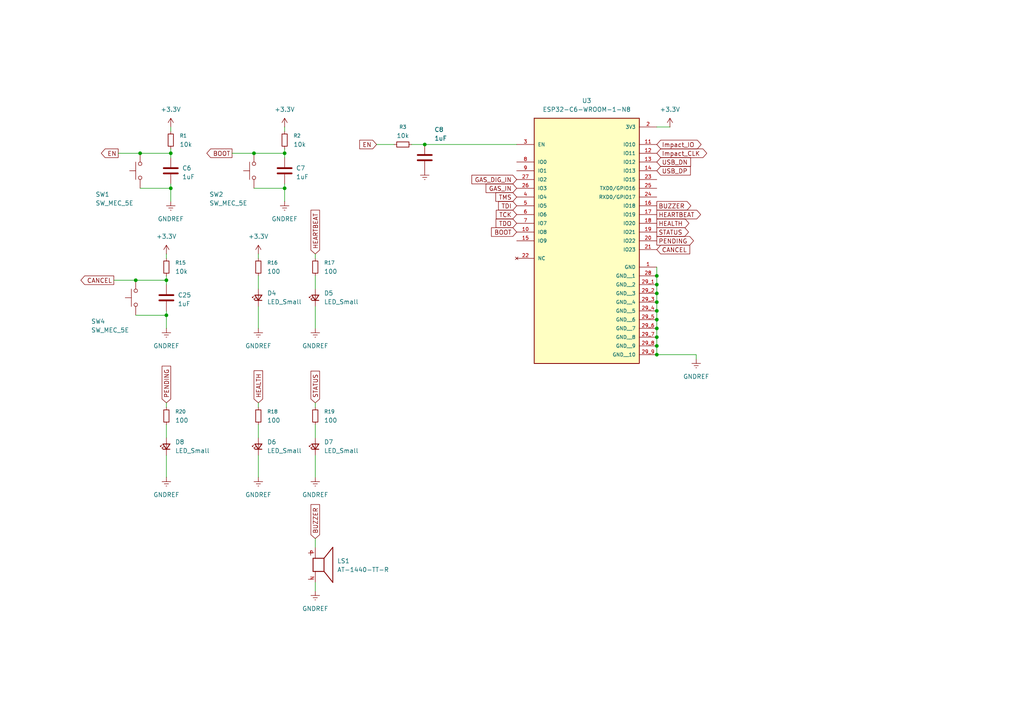
<source format=kicad_sch>
(kicad_sch
	(version 20250114)
	(generator "eeschema")
	(generator_version "9.0")
	(uuid "41b103c0-4e36-480c-af37-c162130ba746")
	(paper "A4")
	(title_block
		(title "Microcontroller Schematic")
		(date "2025-10-01")
		(company "CanaryCap")
		(comment 1 "Sebastian Arthur")
	)
	(lib_symbols
		(symbol "Device:C"
			(pin_numbers
				(hide yes)
			)
			(pin_names
				(offset 0.254)
			)
			(exclude_from_sim no)
			(in_bom yes)
			(on_board yes)
			(property "Reference" "C"
				(at 0.635 2.54 0)
				(effects
					(font
						(size 1.27 1.27)
					)
					(justify left)
				)
			)
			(property "Value" "C"
				(at 0.635 -2.54 0)
				(effects
					(font
						(size 1.27 1.27)
					)
					(justify left)
				)
			)
			(property "Footprint" ""
				(at 0.9652 -3.81 0)
				(effects
					(font
						(size 1.27 1.27)
					)
					(hide yes)
				)
			)
			(property "Datasheet" "~"
				(at 0 0 0)
				(effects
					(font
						(size 1.27 1.27)
					)
					(hide yes)
				)
			)
			(property "Description" "Unpolarized capacitor"
				(at 0 0 0)
				(effects
					(font
						(size 1.27 1.27)
					)
					(hide yes)
				)
			)
			(property "ki_keywords" "cap capacitor"
				(at 0 0 0)
				(effects
					(font
						(size 1.27 1.27)
					)
					(hide yes)
				)
			)
			(property "ki_fp_filters" "C_*"
				(at 0 0 0)
				(effects
					(font
						(size 1.27 1.27)
					)
					(hide yes)
				)
			)
			(symbol "C_0_1"
				(polyline
					(pts
						(xy -2.032 0.762) (xy 2.032 0.762)
					)
					(stroke
						(width 0.508)
						(type default)
					)
					(fill
						(type none)
					)
				)
				(polyline
					(pts
						(xy -2.032 -0.762) (xy 2.032 -0.762)
					)
					(stroke
						(width 0.508)
						(type default)
					)
					(fill
						(type none)
					)
				)
			)
			(symbol "C_1_1"
				(pin passive line
					(at 0 3.81 270)
					(length 2.794)
					(name "~"
						(effects
							(font
								(size 1.27 1.27)
							)
						)
					)
					(number "1"
						(effects
							(font
								(size 1.27 1.27)
							)
						)
					)
				)
				(pin passive line
					(at 0 -3.81 90)
					(length 2.794)
					(name "~"
						(effects
							(font
								(size 1.27 1.27)
							)
						)
					)
					(number "2"
						(effects
							(font
								(size 1.27 1.27)
							)
						)
					)
				)
			)
			(embedded_fonts no)
		)
		(symbol "Device:LED_Small"
			(pin_numbers
				(hide yes)
			)
			(pin_names
				(offset 0.254)
				(hide yes)
			)
			(exclude_from_sim no)
			(in_bom yes)
			(on_board yes)
			(property "Reference" "D"
				(at -1.27 3.175 0)
				(effects
					(font
						(size 1.27 1.27)
					)
					(justify left)
				)
			)
			(property "Value" "LED_Small"
				(at -4.445 -2.54 0)
				(effects
					(font
						(size 1.27 1.27)
					)
					(justify left)
				)
			)
			(property "Footprint" ""
				(at 0 0 90)
				(effects
					(font
						(size 1.27 1.27)
					)
					(hide yes)
				)
			)
			(property "Datasheet" "~"
				(at 0 0 90)
				(effects
					(font
						(size 1.27 1.27)
					)
					(hide yes)
				)
			)
			(property "Description" "Light emitting diode, small symbol"
				(at 0 0 0)
				(effects
					(font
						(size 1.27 1.27)
					)
					(hide yes)
				)
			)
			(property "Sim.Pin" "1=K 2=A"
				(at 0 0 0)
				(effects
					(font
						(size 1.27 1.27)
					)
					(hide yes)
				)
			)
			(property "ki_keywords" "LED diode light-emitting-diode"
				(at 0 0 0)
				(effects
					(font
						(size 1.27 1.27)
					)
					(hide yes)
				)
			)
			(property "ki_fp_filters" "LED* LED_SMD:* LED_THT:*"
				(at 0 0 0)
				(effects
					(font
						(size 1.27 1.27)
					)
					(hide yes)
				)
			)
			(symbol "LED_Small_0_1"
				(polyline
					(pts
						(xy -0.762 -1.016) (xy -0.762 1.016)
					)
					(stroke
						(width 0.254)
						(type default)
					)
					(fill
						(type none)
					)
				)
				(polyline
					(pts
						(xy 0 0.762) (xy -0.508 1.27) (xy -0.254 1.27) (xy -0.508 1.27) (xy -0.508 1.016)
					)
					(stroke
						(width 0)
						(type default)
					)
					(fill
						(type none)
					)
				)
				(polyline
					(pts
						(xy 0.508 1.27) (xy 0 1.778) (xy 0.254 1.778) (xy 0 1.778) (xy 0 1.524)
					)
					(stroke
						(width 0)
						(type default)
					)
					(fill
						(type none)
					)
				)
				(polyline
					(pts
						(xy 0.762 -1.016) (xy -0.762 0) (xy 0.762 1.016) (xy 0.762 -1.016)
					)
					(stroke
						(width 0.254)
						(type default)
					)
					(fill
						(type none)
					)
				)
				(polyline
					(pts
						(xy 1.016 0) (xy -0.762 0)
					)
					(stroke
						(width 0)
						(type default)
					)
					(fill
						(type none)
					)
				)
			)
			(symbol "LED_Small_1_1"
				(pin passive line
					(at -2.54 0 0)
					(length 1.778)
					(name "K"
						(effects
							(font
								(size 1.27 1.27)
							)
						)
					)
					(number "1"
						(effects
							(font
								(size 1.27 1.27)
							)
						)
					)
				)
				(pin passive line
					(at 2.54 0 180)
					(length 1.778)
					(name "A"
						(effects
							(font
								(size 1.27 1.27)
							)
						)
					)
					(number "2"
						(effects
							(font
								(size 1.27 1.27)
							)
						)
					)
				)
			)
			(embedded_fonts no)
		)
		(symbol "Device:R_Small"
			(pin_numbers
				(hide yes)
			)
			(pin_names
				(offset 0.254)
				(hide yes)
			)
			(exclude_from_sim no)
			(in_bom yes)
			(on_board yes)
			(property "Reference" "R"
				(at 0 0 90)
				(effects
					(font
						(size 1.016 1.016)
					)
				)
			)
			(property "Value" "R_Small"
				(at 1.778 0 90)
				(effects
					(font
						(size 1.27 1.27)
					)
				)
			)
			(property "Footprint" ""
				(at 0 0 0)
				(effects
					(font
						(size 1.27 1.27)
					)
					(hide yes)
				)
			)
			(property "Datasheet" "~"
				(at 0 0 0)
				(effects
					(font
						(size 1.27 1.27)
					)
					(hide yes)
				)
			)
			(property "Description" "Resistor, small symbol"
				(at 0 0 0)
				(effects
					(font
						(size 1.27 1.27)
					)
					(hide yes)
				)
			)
			(property "ki_keywords" "R resistor"
				(at 0 0 0)
				(effects
					(font
						(size 1.27 1.27)
					)
					(hide yes)
				)
			)
			(property "ki_fp_filters" "R_*"
				(at 0 0 0)
				(effects
					(font
						(size 1.27 1.27)
					)
					(hide yes)
				)
			)
			(symbol "R_Small_0_1"
				(rectangle
					(start -0.762 1.778)
					(end 0.762 -1.778)
					(stroke
						(width 0.2032)
						(type default)
					)
					(fill
						(type none)
					)
				)
			)
			(symbol "R_Small_1_1"
				(pin passive line
					(at 0 2.54 270)
					(length 0.762)
					(name "~"
						(effects
							(font
								(size 1.27 1.27)
							)
						)
					)
					(number "1"
						(effects
							(font
								(size 1.27 1.27)
							)
						)
					)
				)
				(pin passive line
					(at 0 -2.54 90)
					(length 0.762)
					(name "~"
						(effects
							(font
								(size 1.27 1.27)
							)
						)
					)
					(number "2"
						(effects
							(font
								(size 1.27 1.27)
							)
						)
					)
				)
			)
			(embedded_fonts no)
		)
		(symbol "ESP-32-C6:AT-1440-TT-R"
			(pin_names
				(offset 1.016)
			)
			(exclude_from_sim no)
			(in_bom yes)
			(on_board yes)
			(property "Reference" "LS"
				(at -1.27 6.35 0)
				(effects
					(font
						(size 1.27 1.27)
					)
					(justify left bottom)
				)
			)
			(property "Value" "AT-1440-TT-R"
				(at -1.27 -8.255 0)
				(effects
					(font
						(size 1.27 1.27)
					)
					(justify left bottom)
				)
			)
			(property "Footprint" "AT-1440-TT-R:XDCR_AT-1440-TT-R"
				(at 0 0 0)
				(effects
					(font
						(size 1.27 1.27)
					)
					(justify bottom)
					(hide yes)
				)
			)
			(property "Datasheet" ""
				(at 0 0 0)
				(effects
					(font
						(size 1.27 1.27)
					)
					(hide yes)
				)
			)
			(property "Description" ""
				(at 0 0 0)
				(effects
					(font
						(size 1.27 1.27)
					)
					(hide yes)
				)
			)
			(property "PARTREV" "2014/07/25"
				(at 0 0 0)
				(effects
					(font
						(size 1.27 1.27)
					)
					(justify bottom)
					(hide yes)
				)
			)
			(property "STANDARD" "Manufacturer Recommendations"
				(at 0 0 0)
				(effects
					(font
						(size 1.27 1.27)
					)
					(justify bottom)
					(hide yes)
				)
			)
			(property "MAXIMUM_PACKAGE_HEIGHT" "7.1 mm"
				(at 0 0 0)
				(effects
					(font
						(size 1.27 1.27)
					)
					(justify bottom)
					(hide yes)
				)
			)
			(property "MANUFACTURER" "PUI Audio"
				(at 0 0 0)
				(effects
					(font
						(size 1.27 1.27)
					)
					(justify bottom)
					(hide yes)
				)
			)
			(symbol "AT-1440-TT-R_0_0"
				(polyline
					(pts
						(xy -3.175 1.905) (xy -3.175 -1.905)
					)
					(stroke
						(width 0.254)
						(type default)
					)
					(fill
						(type none)
					)
				)
				(polyline
					(pts
						(xy -3.175 1.905) (xy -2.54 1.905)
					)
					(stroke
						(width 0.254)
						(type default)
					)
					(fill
						(type none)
					)
				)
				(polyline
					(pts
						(xy -3.175 -1.905) (xy -2.54 -1.905)
					)
					(stroke
						(width 0.254)
						(type default)
					)
					(fill
						(type none)
					)
				)
				(polyline
					(pts
						(xy -2.54 2.54) (xy -2.54 1.905)
					)
					(stroke
						(width 0.1524)
						(type default)
					)
					(fill
						(type none)
					)
				)
				(polyline
					(pts
						(xy -2.54 1.905) (xy 0 1.905)
					)
					(stroke
						(width 0.254)
						(type default)
					)
					(fill
						(type none)
					)
				)
				(polyline
					(pts
						(xy -2.54 -1.905) (xy 0 -1.905)
					)
					(stroke
						(width 0.254)
						(type default)
					)
					(fill
						(type none)
					)
				)
				(polyline
					(pts
						(xy -2.54 -2.54) (xy -2.54 -1.905)
					)
					(stroke
						(width 0.1524)
						(type default)
					)
					(fill
						(type none)
					)
				)
				(polyline
					(pts
						(xy 0 1.905) (xy 2.54 5.08)
					)
					(stroke
						(width 0.254)
						(type default)
					)
					(fill
						(type none)
					)
				)
				(polyline
					(pts
						(xy 0 -1.905) (xy 0 1.905)
					)
					(stroke
						(width 0.254)
						(type default)
					)
					(fill
						(type none)
					)
				)
				(polyline
					(pts
						(xy 0 -1.905) (xy 2.54 -5.08)
					)
					(stroke
						(width 0.254)
						(type default)
					)
					(fill
						(type none)
					)
				)
				(polyline
					(pts
						(xy 2.54 -5.08) (xy 2.54 5.08)
					)
					(stroke
						(width 0.254)
						(type default)
					)
					(fill
						(type none)
					)
				)
				(text "+"
					(at -5.08 2.54 0)
					(effects
						(font
							(size 1.778 1.778)
						)
						(justify left bottom)
					)
				)
				(text "-"
					(at -5.08 -5.08 0)
					(effects
						(font
							(size 1.778 1.778)
						)
						(justify left bottom)
					)
				)
				(pin passive line
					(at -2.54 5.08 270)
					(length 2.54)
					(name "~"
						(effects
							(font
								(size 1.016 1.016)
							)
						)
					)
					(number "P"
						(effects
							(font
								(size 1.016 1.016)
							)
						)
					)
				)
				(pin passive line
					(at -2.54 -5.08 90)
					(length 2.54)
					(name "~"
						(effects
							(font
								(size 1.016 1.016)
							)
						)
					)
					(number "N"
						(effects
							(font
								(size 1.016 1.016)
							)
						)
					)
				)
			)
			(embedded_fonts no)
		)
		(symbol "ESP-32-C6:ESP32-C6-WROOM-1-N8"
			(pin_names
				(offset 1.016)
			)
			(exclude_from_sim no)
			(in_bom yes)
			(on_board yes)
			(property "Reference" "U"
				(at -15.24 23.622 0)
				(effects
					(font
						(size 1.27 1.27)
					)
					(justify left bottom)
				)
			)
			(property "Value" "ESP32-C6-WROOM-1-N8"
				(at -15.24 -50.8 0)
				(effects
					(font
						(size 1.27 1.27)
					)
					(justify left bottom)
				)
			)
			(property "Footprint" "ESP32-C6-WROOM-1-N8:XCVR_ESP32-C6-WROOM-1-N8"
				(at 0 0 0)
				(effects
					(font
						(size 1.27 1.27)
					)
					(justify bottom)
					(hide yes)
				)
			)
			(property "Datasheet" ""
				(at 0 0 0)
				(effects
					(font
						(size 1.27 1.27)
					)
					(hide yes)
				)
			)
			(property "Description" ""
				(at 0 0 0)
				(effects
					(font
						(size 1.27 1.27)
					)
					(hide yes)
				)
			)
			(property "PARTREV" "1.0"
				(at 0 0 0)
				(effects
					(font
						(size 1.27 1.27)
					)
					(justify bottom)
					(hide yes)
				)
			)
			(property "STANDARD" "Manufacturer Recommendations"
				(at 0 0 0)
				(effects
					(font
						(size 1.27 1.27)
					)
					(justify bottom)
					(hide yes)
				)
			)
			(property "MAXIMUM_PACKAGE_HEIGHT" "3.25mm"
				(at 0 0 0)
				(effects
					(font
						(size 1.27 1.27)
					)
					(justify bottom)
					(hide yes)
				)
			)
			(property "MANUFACTURER" "Espressif Systems"
				(at 0 0 0)
				(effects
					(font
						(size 1.27 1.27)
					)
					(justify bottom)
					(hide yes)
				)
			)
			(symbol "ESP32-C6-WROOM-1-N8_0_0"
				(rectangle
					(start -15.24 -48.26)
					(end 15.24 22.86)
					(stroke
						(width 0.254)
						(type default)
					)
					(fill
						(type background)
					)
				)
				(pin input line
					(at -20.32 15.24 0)
					(length 5.08)
					(name "EN"
						(effects
							(font
								(size 1.016 1.016)
							)
						)
					)
					(number "3"
						(effects
							(font
								(size 1.016 1.016)
							)
						)
					)
				)
				(pin bidirectional line
					(at -20.32 10.16 0)
					(length 5.08)
					(name "IO0"
						(effects
							(font
								(size 1.016 1.016)
							)
						)
					)
					(number "8"
						(effects
							(font
								(size 1.016 1.016)
							)
						)
					)
				)
				(pin bidirectional line
					(at -20.32 7.62 0)
					(length 5.08)
					(name "IO1"
						(effects
							(font
								(size 1.016 1.016)
							)
						)
					)
					(number "9"
						(effects
							(font
								(size 1.016 1.016)
							)
						)
					)
				)
				(pin bidirectional line
					(at -20.32 5.08 0)
					(length 5.08)
					(name "IO2"
						(effects
							(font
								(size 1.016 1.016)
							)
						)
					)
					(number "27"
						(effects
							(font
								(size 1.016 1.016)
							)
						)
					)
				)
				(pin bidirectional line
					(at -20.32 2.54 0)
					(length 5.08)
					(name "IO3"
						(effects
							(font
								(size 1.016 1.016)
							)
						)
					)
					(number "26"
						(effects
							(font
								(size 1.016 1.016)
							)
						)
					)
				)
				(pin bidirectional line
					(at -20.32 0 0)
					(length 5.08)
					(name "IO4"
						(effects
							(font
								(size 1.016 1.016)
							)
						)
					)
					(number "4"
						(effects
							(font
								(size 1.016 1.016)
							)
						)
					)
				)
				(pin bidirectional line
					(at -20.32 -2.54 0)
					(length 5.08)
					(name "IO5"
						(effects
							(font
								(size 1.016 1.016)
							)
						)
					)
					(number "5"
						(effects
							(font
								(size 1.016 1.016)
							)
						)
					)
				)
				(pin bidirectional line
					(at -20.32 -5.08 0)
					(length 5.08)
					(name "IO6"
						(effects
							(font
								(size 1.016 1.016)
							)
						)
					)
					(number "6"
						(effects
							(font
								(size 1.016 1.016)
							)
						)
					)
				)
				(pin bidirectional line
					(at -20.32 -7.62 0)
					(length 5.08)
					(name "IO7"
						(effects
							(font
								(size 1.016 1.016)
							)
						)
					)
					(number "7"
						(effects
							(font
								(size 1.016 1.016)
							)
						)
					)
				)
				(pin bidirectional line
					(at -20.32 -10.16 0)
					(length 5.08)
					(name "IO8"
						(effects
							(font
								(size 1.016 1.016)
							)
						)
					)
					(number "10"
						(effects
							(font
								(size 1.016 1.016)
							)
						)
					)
				)
				(pin bidirectional line
					(at -20.32 -12.7 0)
					(length 5.08)
					(name "IO9"
						(effects
							(font
								(size 1.016 1.016)
							)
						)
					)
					(number "15"
						(effects
							(font
								(size 1.016 1.016)
							)
						)
					)
				)
				(pin no_connect line
					(at -20.32 -17.78 0)
					(length 5.08)
					(name "NC"
						(effects
							(font
								(size 1.016 1.016)
							)
						)
					)
					(number "22"
						(effects
							(font
								(size 1.016 1.016)
							)
						)
					)
				)
				(pin power_in line
					(at 20.32 20.32 180)
					(length 5.08)
					(name "3V3"
						(effects
							(font
								(size 1.016 1.016)
							)
						)
					)
					(number "2"
						(effects
							(font
								(size 1.016 1.016)
							)
						)
					)
				)
				(pin bidirectional line
					(at 20.32 15.24 180)
					(length 5.08)
					(name "IO10"
						(effects
							(font
								(size 1.016 1.016)
							)
						)
					)
					(number "11"
						(effects
							(font
								(size 1.016 1.016)
							)
						)
					)
				)
				(pin bidirectional line
					(at 20.32 12.7 180)
					(length 5.08)
					(name "IO11"
						(effects
							(font
								(size 1.016 1.016)
							)
						)
					)
					(number "12"
						(effects
							(font
								(size 1.016 1.016)
							)
						)
					)
				)
				(pin bidirectional line
					(at 20.32 10.16 180)
					(length 5.08)
					(name "IO12"
						(effects
							(font
								(size 1.016 1.016)
							)
						)
					)
					(number "13"
						(effects
							(font
								(size 1.016 1.016)
							)
						)
					)
				)
				(pin bidirectional line
					(at 20.32 7.62 180)
					(length 5.08)
					(name "IO13"
						(effects
							(font
								(size 1.016 1.016)
							)
						)
					)
					(number "14"
						(effects
							(font
								(size 1.016 1.016)
							)
						)
					)
				)
				(pin bidirectional line
					(at 20.32 5.08 180)
					(length 5.08)
					(name "IO15"
						(effects
							(font
								(size 1.016 1.016)
							)
						)
					)
					(number "23"
						(effects
							(font
								(size 1.016 1.016)
							)
						)
					)
				)
				(pin bidirectional line
					(at 20.32 2.54 180)
					(length 5.08)
					(name "TXD0/GPIO16"
						(effects
							(font
								(size 1.016 1.016)
							)
						)
					)
					(number "25"
						(effects
							(font
								(size 1.016 1.016)
							)
						)
					)
				)
				(pin bidirectional line
					(at 20.32 0 180)
					(length 5.08)
					(name "RXD0/GPIO17"
						(effects
							(font
								(size 1.016 1.016)
							)
						)
					)
					(number "24"
						(effects
							(font
								(size 1.016 1.016)
							)
						)
					)
				)
				(pin bidirectional line
					(at 20.32 -2.54 180)
					(length 5.08)
					(name "IO18"
						(effects
							(font
								(size 1.016 1.016)
							)
						)
					)
					(number "16"
						(effects
							(font
								(size 1.016 1.016)
							)
						)
					)
				)
				(pin bidirectional line
					(at 20.32 -5.08 180)
					(length 5.08)
					(name "IO19"
						(effects
							(font
								(size 1.016 1.016)
							)
						)
					)
					(number "17"
						(effects
							(font
								(size 1.016 1.016)
							)
						)
					)
				)
				(pin bidirectional line
					(at 20.32 -7.62 180)
					(length 5.08)
					(name "IO20"
						(effects
							(font
								(size 1.016 1.016)
							)
						)
					)
					(number "18"
						(effects
							(font
								(size 1.016 1.016)
							)
						)
					)
				)
				(pin bidirectional line
					(at 20.32 -10.16 180)
					(length 5.08)
					(name "IO21"
						(effects
							(font
								(size 1.016 1.016)
							)
						)
					)
					(number "19"
						(effects
							(font
								(size 1.016 1.016)
							)
						)
					)
				)
				(pin bidirectional line
					(at 20.32 -12.7 180)
					(length 5.08)
					(name "IO22"
						(effects
							(font
								(size 1.016 1.016)
							)
						)
					)
					(number "20"
						(effects
							(font
								(size 1.016 1.016)
							)
						)
					)
				)
				(pin bidirectional line
					(at 20.32 -15.24 180)
					(length 5.08)
					(name "IO23"
						(effects
							(font
								(size 1.016 1.016)
							)
						)
					)
					(number "21"
						(effects
							(font
								(size 1.016 1.016)
							)
						)
					)
				)
				(pin power_in line
					(at 20.32 -20.32 180)
					(length 5.08)
					(name "GND"
						(effects
							(font
								(size 1.016 1.016)
							)
						)
					)
					(number "1"
						(effects
							(font
								(size 1.016 1.016)
							)
						)
					)
				)
				(pin power_in line
					(at 20.32 -22.86 180)
					(length 5.08)
					(name "GND__1"
						(effects
							(font
								(size 1.016 1.016)
							)
						)
					)
					(number "28"
						(effects
							(font
								(size 1.016 1.016)
							)
						)
					)
				)
				(pin power_in line
					(at 20.32 -25.4 180)
					(length 5.08)
					(name "GND__2"
						(effects
							(font
								(size 1.016 1.016)
							)
						)
					)
					(number "29_1"
						(effects
							(font
								(size 1.016 1.016)
							)
						)
					)
				)
				(pin power_in line
					(at 20.32 -27.94 180)
					(length 5.08)
					(name "GND__3"
						(effects
							(font
								(size 1.016 1.016)
							)
						)
					)
					(number "29_2"
						(effects
							(font
								(size 1.016 1.016)
							)
						)
					)
				)
				(pin power_in line
					(at 20.32 -30.48 180)
					(length 5.08)
					(name "GND__4"
						(effects
							(font
								(size 1.016 1.016)
							)
						)
					)
					(number "29_3"
						(effects
							(font
								(size 1.016 1.016)
							)
						)
					)
				)
				(pin power_in line
					(at 20.32 -33.02 180)
					(length 5.08)
					(name "GND__5"
						(effects
							(font
								(size 1.016 1.016)
							)
						)
					)
					(number "29_4"
						(effects
							(font
								(size 1.016 1.016)
							)
						)
					)
				)
				(pin power_in line
					(at 20.32 -35.56 180)
					(length 5.08)
					(name "GND__6"
						(effects
							(font
								(size 1.016 1.016)
							)
						)
					)
					(number "29_5"
						(effects
							(font
								(size 1.016 1.016)
							)
						)
					)
				)
				(pin power_in line
					(at 20.32 -38.1 180)
					(length 5.08)
					(name "GND__7"
						(effects
							(font
								(size 1.016 1.016)
							)
						)
					)
					(number "29_6"
						(effects
							(font
								(size 1.016 1.016)
							)
						)
					)
				)
				(pin power_in line
					(at 20.32 -40.64 180)
					(length 5.08)
					(name "GND__8"
						(effects
							(font
								(size 1.016 1.016)
							)
						)
					)
					(number "29_7"
						(effects
							(font
								(size 1.016 1.016)
							)
						)
					)
				)
				(pin power_in line
					(at 20.32 -43.18 180)
					(length 5.08)
					(name "GND__9"
						(effects
							(font
								(size 1.016 1.016)
							)
						)
					)
					(number "29_8"
						(effects
							(font
								(size 1.016 1.016)
							)
						)
					)
				)
				(pin power_in line
					(at 20.32 -45.72 180)
					(length 5.08)
					(name "GND__10"
						(effects
							(font
								(size 1.016 1.016)
							)
						)
					)
					(number "29_9"
						(effects
							(font
								(size 1.016 1.016)
							)
						)
					)
				)
			)
			(embedded_fonts no)
		)
		(symbol "Switch:SW_Push"
			(pin_numbers
				(hide yes)
			)
			(pin_names
				(offset 1.016)
				(hide yes)
			)
			(exclude_from_sim no)
			(in_bom yes)
			(on_board yes)
			(property "Reference" "SW"
				(at 1.27 2.54 0)
				(effects
					(font
						(size 1.27 1.27)
					)
					(justify left)
				)
			)
			(property "Value" "SW_Push"
				(at 0 -1.524 0)
				(effects
					(font
						(size 1.27 1.27)
					)
				)
			)
			(property "Footprint" ""
				(at 0 5.08 0)
				(effects
					(font
						(size 1.27 1.27)
					)
					(hide yes)
				)
			)
			(property "Datasheet" "~"
				(at 0 5.08 0)
				(effects
					(font
						(size 1.27 1.27)
					)
					(hide yes)
				)
			)
			(property "Description" "Push button switch, generic, two pins"
				(at 0 0 0)
				(effects
					(font
						(size 1.27 1.27)
					)
					(hide yes)
				)
			)
			(property "ki_keywords" "switch normally-open pushbutton push-button"
				(at 0 0 0)
				(effects
					(font
						(size 1.27 1.27)
					)
					(hide yes)
				)
			)
			(symbol "SW_Push_0_1"
				(circle
					(center -2.032 0)
					(radius 0.508)
					(stroke
						(width 0)
						(type default)
					)
					(fill
						(type none)
					)
				)
				(polyline
					(pts
						(xy 0 1.27) (xy 0 3.048)
					)
					(stroke
						(width 0)
						(type default)
					)
					(fill
						(type none)
					)
				)
				(circle
					(center 2.032 0)
					(radius 0.508)
					(stroke
						(width 0)
						(type default)
					)
					(fill
						(type none)
					)
				)
				(polyline
					(pts
						(xy 2.54 1.27) (xy -2.54 1.27)
					)
					(stroke
						(width 0)
						(type default)
					)
					(fill
						(type none)
					)
				)
				(pin passive line
					(at -5.08 0 0)
					(length 2.54)
					(name "1"
						(effects
							(font
								(size 1.27 1.27)
							)
						)
					)
					(number "1"
						(effects
							(font
								(size 1.27 1.27)
							)
						)
					)
				)
				(pin passive line
					(at 5.08 0 180)
					(length 2.54)
					(name "2"
						(effects
							(font
								(size 1.27 1.27)
							)
						)
					)
					(number "2"
						(effects
							(font
								(size 1.27 1.27)
							)
						)
					)
				)
			)
			(embedded_fonts no)
		)
		(symbol "power:+3.3V"
			(power)
			(pin_numbers
				(hide yes)
			)
			(pin_names
				(offset 0)
				(hide yes)
			)
			(exclude_from_sim no)
			(in_bom yes)
			(on_board yes)
			(property "Reference" "#PWR"
				(at 0 -3.81 0)
				(effects
					(font
						(size 1.27 1.27)
					)
					(hide yes)
				)
			)
			(property "Value" "+3.3V"
				(at 0 3.556 0)
				(effects
					(font
						(size 1.27 1.27)
					)
				)
			)
			(property "Footprint" ""
				(at 0 0 0)
				(effects
					(font
						(size 1.27 1.27)
					)
					(hide yes)
				)
			)
			(property "Datasheet" ""
				(at 0 0 0)
				(effects
					(font
						(size 1.27 1.27)
					)
					(hide yes)
				)
			)
			(property "Description" "Power symbol creates a global label with name \"+3.3V\""
				(at 0 0 0)
				(effects
					(font
						(size 1.27 1.27)
					)
					(hide yes)
				)
			)
			(property "ki_keywords" "global power"
				(at 0 0 0)
				(effects
					(font
						(size 1.27 1.27)
					)
					(hide yes)
				)
			)
			(symbol "+3.3V_0_1"
				(polyline
					(pts
						(xy -0.762 1.27) (xy 0 2.54)
					)
					(stroke
						(width 0)
						(type default)
					)
					(fill
						(type none)
					)
				)
				(polyline
					(pts
						(xy 0 2.54) (xy 0.762 1.27)
					)
					(stroke
						(width 0)
						(type default)
					)
					(fill
						(type none)
					)
				)
				(polyline
					(pts
						(xy 0 0) (xy 0 2.54)
					)
					(stroke
						(width 0)
						(type default)
					)
					(fill
						(type none)
					)
				)
			)
			(symbol "+3.3V_1_1"
				(pin power_in line
					(at 0 0 90)
					(length 0)
					(name "~"
						(effects
							(font
								(size 1.27 1.27)
							)
						)
					)
					(number "1"
						(effects
							(font
								(size 1.27 1.27)
							)
						)
					)
				)
			)
			(embedded_fonts no)
		)
		(symbol "power:GNDREF"
			(power)
			(pin_numbers
				(hide yes)
			)
			(pin_names
				(offset 0)
				(hide yes)
			)
			(exclude_from_sim no)
			(in_bom yes)
			(on_board yes)
			(property "Reference" "#PWR"
				(at 0 -6.35 0)
				(effects
					(font
						(size 1.27 1.27)
					)
					(hide yes)
				)
			)
			(property "Value" "GNDREF"
				(at 0 -3.81 0)
				(effects
					(font
						(size 1.27 1.27)
					)
				)
			)
			(property "Footprint" ""
				(at 0 0 0)
				(effects
					(font
						(size 1.27 1.27)
					)
					(hide yes)
				)
			)
			(property "Datasheet" ""
				(at 0 0 0)
				(effects
					(font
						(size 1.27 1.27)
					)
					(hide yes)
				)
			)
			(property "Description" "Power symbol creates a global label with name \"GNDREF\" , reference supply ground"
				(at 0 0 0)
				(effects
					(font
						(size 1.27 1.27)
					)
					(hide yes)
				)
			)
			(property "ki_keywords" "global power"
				(at 0 0 0)
				(effects
					(font
						(size 1.27 1.27)
					)
					(hide yes)
				)
			)
			(symbol "GNDREF_0_1"
				(polyline
					(pts
						(xy -0.635 -1.905) (xy 0.635 -1.905)
					)
					(stroke
						(width 0)
						(type default)
					)
					(fill
						(type none)
					)
				)
				(polyline
					(pts
						(xy -0.127 -2.54) (xy 0.127 -2.54)
					)
					(stroke
						(width 0)
						(type default)
					)
					(fill
						(type none)
					)
				)
				(polyline
					(pts
						(xy 0 -1.27) (xy 0 0)
					)
					(stroke
						(width 0)
						(type default)
					)
					(fill
						(type none)
					)
				)
				(polyline
					(pts
						(xy 1.27 -1.27) (xy -1.27 -1.27)
					)
					(stroke
						(width 0)
						(type default)
					)
					(fill
						(type none)
					)
				)
			)
			(symbol "GNDREF_1_1"
				(pin power_in line
					(at 0 0 270)
					(length 0)
					(name "~"
						(effects
							(font
								(size 1.27 1.27)
							)
						)
					)
					(number "1"
						(effects
							(font
								(size 1.27 1.27)
							)
						)
					)
				)
			)
			(embedded_fonts no)
		)
	)
	(junction
		(at 82.55 44.45)
		(diameter 0)
		(color 0 0 0 0)
		(uuid "0a858a2a-d958-4b91-82ee-3b39ce85b59d")
	)
	(junction
		(at 39.37 81.28)
		(diameter 0)
		(color 0 0 0 0)
		(uuid "0bedceca-8205-4551-b47c-122b5fc1a1a0")
	)
	(junction
		(at 190.5 95.25)
		(diameter 0)
		(color 0 0 0 0)
		(uuid "2c23f473-fd42-460a-8e6d-43b2b36bd9cd")
	)
	(junction
		(at 190.5 100.33)
		(diameter 0)
		(color 0 0 0 0)
		(uuid "2d7d3178-e312-4874-9453-115a70af0718")
	)
	(junction
		(at 190.5 80.01)
		(diameter 0)
		(color 0 0 0 0)
		(uuid "3a557ae3-b8c6-4c99-b54a-36a4381610ef")
	)
	(junction
		(at 190.5 92.71)
		(diameter 0)
		(color 0 0 0 0)
		(uuid "3ba9cba7-8022-482e-82f3-25829e543511")
	)
	(junction
		(at 190.5 97.79)
		(diameter 0)
		(color 0 0 0 0)
		(uuid "40e7a0ff-da5b-4c0e-9bc9-c9fcf90d4baf")
	)
	(junction
		(at 48.26 81.28)
		(diameter 0)
		(color 0 0 0 0)
		(uuid "4d1e8343-8ce0-4336-96a9-aa5f1cd66f0b")
	)
	(junction
		(at 190.5 87.63)
		(diameter 0)
		(color 0 0 0 0)
		(uuid "4ded93ce-d125-4d45-a0d8-163cb22291cd")
	)
	(junction
		(at 49.53 54.61)
		(diameter 0)
		(color 0 0 0 0)
		(uuid "5e005c38-04b2-4f1a-99be-ba98d158f586")
	)
	(junction
		(at 48.26 91.44)
		(diameter 0)
		(color 0 0 0 0)
		(uuid "69fb22d4-a809-4624-8c1f-87d2058d2f5b")
	)
	(junction
		(at 190.5 82.55)
		(diameter 0)
		(color 0 0 0 0)
		(uuid "72eeb618-7596-465c-a13e-f19fd9a5db95")
	)
	(junction
		(at 190.5 102.87)
		(diameter 0)
		(color 0 0 0 0)
		(uuid "84524ab3-27ae-48ac-aa25-c59a0615c464")
	)
	(junction
		(at 40.64 44.45)
		(diameter 0)
		(color 0 0 0 0)
		(uuid "852b19de-ac03-44fa-afc4-5cbbb6c02278")
	)
	(junction
		(at 73.66 44.45)
		(diameter 0)
		(color 0 0 0 0)
		(uuid "8dfe7d0b-9cce-49a1-afd9-c206a57cd732")
	)
	(junction
		(at 49.53 44.45)
		(diameter 0)
		(color 0 0 0 0)
		(uuid "a23d07b7-6e30-4720-acf2-17c0c86ccb42")
	)
	(junction
		(at 123.19 41.91)
		(diameter 0)
		(color 0 0 0 0)
		(uuid "b1fe9478-ba4c-493c-9f83-d2f3ff321000")
	)
	(junction
		(at 190.5 85.09)
		(diameter 0)
		(color 0 0 0 0)
		(uuid "d6bc4aa8-96db-4625-92bf-4f50c6179b22")
	)
	(junction
		(at 190.5 90.17)
		(diameter 0)
		(color 0 0 0 0)
		(uuid "d9763e91-dd98-4a21-8c31-93baf139d313")
	)
	(junction
		(at 82.55 54.61)
		(diameter 0)
		(color 0 0 0 0)
		(uuid "ed733f51-d654-433e-811a-896e3d790e6d")
	)
	(wire
		(pts
			(xy 82.55 45.72) (xy 82.55 44.45)
		)
		(stroke
			(width 0)
			(type default)
		)
		(uuid "05ef9b82-0751-44eb-bc9d-961c729529d0")
	)
	(wire
		(pts
			(xy 74.93 74.93) (xy 74.93 73.66)
		)
		(stroke
			(width 0)
			(type default)
		)
		(uuid "13cb2f43-da44-4051-b00b-dc016bdf548c")
	)
	(wire
		(pts
			(xy 119.38 41.91) (xy 123.19 41.91)
		)
		(stroke
			(width 0)
			(type default)
		)
		(uuid "15f46a77-2254-48f6-8a54-e28d24e2bffb")
	)
	(wire
		(pts
			(xy 74.93 123.19) (xy 74.93 127)
		)
		(stroke
			(width 0)
			(type default)
		)
		(uuid "16b5576b-76c9-4916-a671-0edad2196bf2")
	)
	(wire
		(pts
			(xy 34.29 44.45) (xy 40.64 44.45)
		)
		(stroke
			(width 0)
			(type default)
		)
		(uuid "1c7c95be-ffd0-4672-bdde-942501e2bbe7")
	)
	(wire
		(pts
			(xy 48.26 80.01) (xy 48.26 81.28)
		)
		(stroke
			(width 0)
			(type default)
		)
		(uuid "1dbdf9c3-09c3-480b-a7a9-c1d0f943e5ea")
	)
	(wire
		(pts
			(xy 48.26 74.93) (xy 48.26 73.66)
		)
		(stroke
			(width 0)
			(type default)
		)
		(uuid "23a87210-f02f-412e-94b7-c1cc0fa2124e")
	)
	(wire
		(pts
			(xy 91.44 171.45) (xy 91.44 168.91)
		)
		(stroke
			(width 0)
			(type default)
		)
		(uuid "2caa6338-b474-4d2d-911e-98094d84830d")
	)
	(wire
		(pts
			(xy 91.44 132.08) (xy 91.44 138.43)
		)
		(stroke
			(width 0)
			(type default)
		)
		(uuid "31573ade-fe65-4d87-8ad0-b0830d29924d")
	)
	(wire
		(pts
			(xy 74.93 118.11) (xy 74.93 116.84)
		)
		(stroke
			(width 0)
			(type default)
		)
		(uuid "32d072ad-6fa9-4c7d-96db-ec87e1a04e0f")
	)
	(wire
		(pts
			(xy 190.5 92.71) (xy 190.5 95.25)
		)
		(stroke
			(width 0)
			(type default)
		)
		(uuid "34f1375e-8be5-44fd-8eca-c83e1d8cceef")
	)
	(wire
		(pts
			(xy 190.5 102.87) (xy 201.93 102.87)
		)
		(stroke
			(width 0)
			(type default)
		)
		(uuid "371fd6b1-937f-4ea0-8252-cd62ea5ba2ae")
	)
	(wire
		(pts
			(xy 33.02 81.28) (xy 39.37 81.28)
		)
		(stroke
			(width 0)
			(type default)
		)
		(uuid "3d79dc42-b885-4a04-8852-8fe29ae282a8")
	)
	(wire
		(pts
			(xy 49.53 43.18) (xy 49.53 44.45)
		)
		(stroke
			(width 0)
			(type default)
		)
		(uuid "3f720ad7-707c-42bb-83bb-7febd7267a99")
	)
	(wire
		(pts
			(xy 74.93 132.08) (xy 74.93 138.43)
		)
		(stroke
			(width 0)
			(type default)
		)
		(uuid "403cbbcc-d5dc-4809-a994-9895ccc6e96d")
	)
	(wire
		(pts
			(xy 82.55 54.61) (xy 82.55 58.42)
		)
		(stroke
			(width 0)
			(type default)
		)
		(uuid "434c4572-9db0-44a7-b30c-69018c697679")
	)
	(wire
		(pts
			(xy 109.22 41.91) (xy 114.3 41.91)
		)
		(stroke
			(width 0)
			(type default)
		)
		(uuid "49112dcd-c691-4885-aa56-85cdcfbc3c91")
	)
	(wire
		(pts
			(xy 190.5 87.63) (xy 190.5 90.17)
		)
		(stroke
			(width 0)
			(type default)
		)
		(uuid "4c60680b-4a0b-4b65-b206-9c37cd938962")
	)
	(wire
		(pts
			(xy 48.26 82.55) (xy 48.26 81.28)
		)
		(stroke
			(width 0)
			(type default)
		)
		(uuid "4cae9a22-2315-4f6d-95a2-1446986d124a")
	)
	(wire
		(pts
			(xy 91.44 80.01) (xy 91.44 83.82)
		)
		(stroke
			(width 0)
			(type default)
		)
		(uuid "4f1c1247-ebd9-4631-a31d-59c8bad4b247")
	)
	(wire
		(pts
			(xy 48.26 118.11) (xy 48.26 116.84)
		)
		(stroke
			(width 0)
			(type default)
		)
		(uuid "51efd021-1448-48ae-a789-9b9e302c8387")
	)
	(wire
		(pts
			(xy 74.93 80.01) (xy 74.93 83.82)
		)
		(stroke
			(width 0)
			(type default)
		)
		(uuid "545487f5-5408-4994-8792-797177fb0a30")
	)
	(wire
		(pts
			(xy 190.5 77.47) (xy 190.5 80.01)
		)
		(stroke
			(width 0)
			(type default)
		)
		(uuid "55e2e495-07e1-488e-9b16-a7d2cc057aef")
	)
	(wire
		(pts
			(xy 73.66 44.45) (xy 82.55 44.45)
		)
		(stroke
			(width 0)
			(type default)
		)
		(uuid "5c84cef1-e9ef-4b1c-887c-2b3b341dccbe")
	)
	(wire
		(pts
			(xy 39.37 81.28) (xy 48.26 81.28)
		)
		(stroke
			(width 0)
			(type default)
		)
		(uuid "62f3570f-d21a-493d-9176-57164754cc99")
	)
	(wire
		(pts
			(xy 190.5 97.79) (xy 190.5 100.33)
		)
		(stroke
			(width 0)
			(type default)
		)
		(uuid "6797d277-a3ff-40c3-85ca-a0e959cfeeb1")
	)
	(wire
		(pts
			(xy 67.31 44.45) (xy 73.66 44.45)
		)
		(stroke
			(width 0)
			(type default)
		)
		(uuid "688ef72e-af27-438e-ab2f-0e3346d3bc51")
	)
	(wire
		(pts
			(xy 82.55 38.1) (xy 82.55 36.83)
		)
		(stroke
			(width 0)
			(type default)
		)
		(uuid "74f57e6a-a884-453a-8e98-f8d4061d8de6")
	)
	(wire
		(pts
			(xy 91.44 123.19) (xy 91.44 127)
		)
		(stroke
			(width 0)
			(type default)
		)
		(uuid "7e062278-d9a0-4426-9706-b5b2530311ca")
	)
	(wire
		(pts
			(xy 82.55 43.18) (xy 82.55 44.45)
		)
		(stroke
			(width 0)
			(type default)
		)
		(uuid "80420cbf-b85b-4b2f-b70c-c96b8f57d30e")
	)
	(wire
		(pts
			(xy 82.55 53.34) (xy 82.55 54.61)
		)
		(stroke
			(width 0)
			(type default)
		)
		(uuid "8ffa28fc-2178-4097-9315-93a8aa44f5e2")
	)
	(wire
		(pts
			(xy 40.64 54.61) (xy 49.53 54.61)
		)
		(stroke
			(width 0)
			(type default)
		)
		(uuid "95b5c5bb-bc30-4ba5-995a-ea428abc3793")
	)
	(wire
		(pts
			(xy 48.26 90.17) (xy 48.26 91.44)
		)
		(stroke
			(width 0)
			(type default)
		)
		(uuid "95d5820b-dd21-40a3-8391-44579bb83517")
	)
	(wire
		(pts
			(xy 49.53 53.34) (xy 49.53 54.61)
		)
		(stroke
			(width 0)
			(type default)
		)
		(uuid "9ffff33f-ed40-4dd2-acc0-03577c9b3dc5")
	)
	(wire
		(pts
			(xy 194.31 36.83) (xy 190.5 36.83)
		)
		(stroke
			(width 0)
			(type default)
		)
		(uuid "a034f98e-a987-433a-ba67-44e5efbd483a")
	)
	(wire
		(pts
			(xy 201.93 102.87) (xy 201.93 104.14)
		)
		(stroke
			(width 0)
			(type default)
		)
		(uuid "a4fa3a76-e4f0-414c-866e-61bf11ae34ef")
	)
	(wire
		(pts
			(xy 48.26 123.19) (xy 48.26 127)
		)
		(stroke
			(width 0)
			(type default)
		)
		(uuid "a9684046-5d3c-453e-8557-219d48b7bc57")
	)
	(wire
		(pts
			(xy 190.5 82.55) (xy 190.5 85.09)
		)
		(stroke
			(width 0)
			(type default)
		)
		(uuid "aa670817-5afa-4c71-a35e-e1dee54adbb4")
	)
	(wire
		(pts
			(xy 73.66 54.61) (xy 82.55 54.61)
		)
		(stroke
			(width 0)
			(type default)
		)
		(uuid "aa8cd228-ca53-4e04-8a20-9c74fcf2458c")
	)
	(wire
		(pts
			(xy 49.53 54.61) (xy 49.53 58.42)
		)
		(stroke
			(width 0)
			(type default)
		)
		(uuid "ac41befc-8a3e-4522-8685-5c03b93afc78")
	)
	(wire
		(pts
			(xy 39.37 91.44) (xy 48.26 91.44)
		)
		(stroke
			(width 0)
			(type default)
		)
		(uuid "ac76034d-1935-4dfe-8f0f-8223f2900a5c")
	)
	(wire
		(pts
			(xy 91.44 118.11) (xy 91.44 116.84)
		)
		(stroke
			(width 0)
			(type default)
		)
		(uuid "b247741a-e870-4d90-84bd-ed4e3e70a3b6")
	)
	(wire
		(pts
			(xy 123.19 41.91) (xy 149.86 41.91)
		)
		(stroke
			(width 0)
			(type default)
		)
		(uuid "b8072201-e5c6-4e7e-9502-67a58046d733")
	)
	(wire
		(pts
			(xy 74.93 88.9) (xy 74.93 95.25)
		)
		(stroke
			(width 0)
			(type default)
		)
		(uuid "bdb00c83-9ee4-4e74-a14c-2ac5c9204444")
	)
	(wire
		(pts
			(xy 190.5 90.17) (xy 190.5 92.71)
		)
		(stroke
			(width 0)
			(type default)
		)
		(uuid "c7e43bbb-ab24-4533-8eac-b15b88342cee")
	)
	(wire
		(pts
			(xy 48.26 91.44) (xy 48.26 95.25)
		)
		(stroke
			(width 0)
			(type default)
		)
		(uuid "c8f14398-0410-4400-93dd-e6d1323d817f")
	)
	(wire
		(pts
			(xy 190.5 85.09) (xy 190.5 87.63)
		)
		(stroke
			(width 0)
			(type default)
		)
		(uuid "ca1c65c2-1b41-4733-94cd-92452cb7048b")
	)
	(wire
		(pts
			(xy 190.5 80.01) (xy 190.5 82.55)
		)
		(stroke
			(width 0)
			(type default)
		)
		(uuid "cbe505d1-6ee0-41cd-abcc-49925ee52795")
	)
	(wire
		(pts
			(xy 49.53 45.72) (xy 49.53 44.45)
		)
		(stroke
			(width 0)
			(type default)
		)
		(uuid "d62625f7-ddef-49b9-b735-6dcefbeee25b")
	)
	(wire
		(pts
			(xy 40.64 44.45) (xy 49.53 44.45)
		)
		(stroke
			(width 0)
			(type default)
		)
		(uuid "df50fe8f-a530-4b20-ba62-f50865f8eea7")
	)
	(wire
		(pts
			(xy 91.44 156.21) (xy 91.44 158.75)
		)
		(stroke
			(width 0)
			(type default)
		)
		(uuid "e0a1359f-fd58-4293-87d6-e0e54798f1c3")
	)
	(wire
		(pts
			(xy 48.26 132.08) (xy 48.26 138.43)
		)
		(stroke
			(width 0)
			(type default)
		)
		(uuid "e54c29c5-ac4d-43a4-8e57-18af417aaa0e")
	)
	(wire
		(pts
			(xy 190.5 95.25) (xy 190.5 97.79)
		)
		(stroke
			(width 0)
			(type default)
		)
		(uuid "e877439a-7172-4c53-86dd-7746ac408e7d")
	)
	(wire
		(pts
			(xy 91.44 88.9) (xy 91.44 95.25)
		)
		(stroke
			(width 0)
			(type default)
		)
		(uuid "ea319af3-1365-464d-a836-85039cbbfd63")
	)
	(wire
		(pts
			(xy 91.44 74.93) (xy 91.44 73.66)
		)
		(stroke
			(width 0)
			(type default)
		)
		(uuid "efcd71f3-6994-4cba-845d-fa9b7f60e656")
	)
	(wire
		(pts
			(xy 190.5 100.33) (xy 190.5 102.87)
		)
		(stroke
			(width 0)
			(type default)
		)
		(uuid "f0953193-451d-439e-bad3-a2e4e80cd496")
	)
	(wire
		(pts
			(xy 49.53 38.1) (xy 49.53 36.83)
		)
		(stroke
			(width 0)
			(type default)
		)
		(uuid "fc0943b7-d7ac-40bf-aabb-2e2685e71e5c")
	)
	(global_label "BUZZER"
		(shape output)
		(at 190.5 59.69 0)
		(fields_autoplaced yes)
		(effects
			(font
				(size 1.27 1.27)
			)
			(justify left)
		)
		(uuid "065bc187-ff00-4f07-8157-c291b6ddf35f")
		(property "Intersheetrefs" "${INTERSHEET_REFS}"
			(at 200.9237 59.69 0)
			(effects
				(font
					(size 1.27 1.27)
				)
				(justify left)
				(hide yes)
			)
		)
	)
	(global_label "PENDING"
		(shape output)
		(at 190.5 69.85 0)
		(fields_autoplaced yes)
		(effects
			(font
				(size 1.27 1.27)
			)
			(justify left)
		)
		(uuid "0d52d24a-d1b4-48d0-a5cb-b37f17908094")
		(property "Intersheetrefs" "${INTERSHEET_REFS}"
			(at 201.71 69.85 0)
			(effects
				(font
					(size 1.27 1.27)
				)
				(justify left)
				(hide yes)
			)
		)
	)
	(global_label "CANCEL"
		(shape output)
		(at 33.02 81.28 180)
		(fields_autoplaced yes)
		(effects
			(font
				(size 1.27 1.27)
			)
			(justify right)
		)
		(uuid "0dab7581-5b1f-48de-a831-5daeb8440175")
		(property "Intersheetrefs" "${INTERSHEET_REFS}"
			(at 22.8986 81.28 0)
			(effects
				(font
					(size 1.27 1.27)
				)
				(justify right)
				(hide yes)
			)
		)
	)
	(global_label "EN"
		(shape output)
		(at 34.29 44.45 180)
		(fields_autoplaced yes)
		(effects
			(font
				(size 1.27 1.27)
			)
			(justify right)
		)
		(uuid "0e98d7d2-6c4a-408b-b7f0-7faa9859726c")
		(property "Intersheetrefs" "${INTERSHEET_REFS}"
			(at 28.8253 44.45 0)
			(effects
				(font
					(size 1.27 1.27)
				)
				(justify right)
				(hide yes)
			)
		)
	)
	(global_label "HEARTBEAT"
		(shape input)
		(at 91.44 73.66 90)
		(fields_autoplaced yes)
		(effects
			(font
				(size 1.27 1.27)
			)
			(justify left)
		)
		(uuid "0f754fc1-52d8-4813-bbb9-bdc8e82c5ecb")
		(property "Intersheetrefs" "${INTERSHEET_REFS}"
			(at 91.44 60.3939 90)
			(effects
				(font
					(size 1.27 1.27)
				)
				(justify left)
				(hide yes)
			)
		)
	)
	(global_label "TDI"
		(shape input)
		(at 149.86 59.69 180)
		(fields_autoplaced yes)
		(effects
			(font
				(size 1.27 1.27)
			)
			(justify right)
		)
		(uuid "118c9afe-2114-4209-a520-a2f401d729ac")
		(property "Intersheetrefs" "${INTERSHEET_REFS}"
			(at 144.0324 59.69 0)
			(effects
				(font
					(size 1.27 1.27)
				)
				(justify right)
				(hide yes)
			)
		)
	)
	(global_label "EN"
		(shape input)
		(at 109.22 41.91 180)
		(fields_autoplaced yes)
		(effects
			(font
				(size 1.27 1.27)
			)
			(justify right)
		)
		(uuid "41d01ff0-b7ba-429e-af2c-143e16fac299")
		(property "Intersheetrefs" "${INTERSHEET_REFS}"
			(at 103.7553 41.91 0)
			(effects
				(font
					(size 1.27 1.27)
				)
				(justify right)
				(hide yes)
			)
		)
	)
	(global_label "HEALTH"
		(shape input)
		(at 74.93 116.84 90)
		(fields_autoplaced yes)
		(effects
			(font
				(size 1.27 1.27)
			)
			(justify left)
		)
		(uuid "47254f1d-6c8c-4887-95bf-473ee8889374")
		(property "Intersheetrefs" "${INTERSHEET_REFS}"
			(at 74.93 106.9605 90)
			(effects
				(font
					(size 1.27 1.27)
				)
				(justify left)
				(hide yes)
			)
		)
	)
	(global_label "BOOT"
		(shape input)
		(at 149.86 67.31 180)
		(fields_autoplaced yes)
		(effects
			(font
				(size 1.27 1.27)
			)
			(justify right)
		)
		(uuid "50ccbaea-471e-4a39-afa9-3cb038f45e70")
		(property "Intersheetrefs" "${INTERSHEET_REFS}"
			(at 141.9762 67.31 0)
			(effects
				(font
					(size 1.27 1.27)
				)
				(justify right)
				(hide yes)
			)
		)
	)
	(global_label "Impact_CLK"
		(shape bidirectional)
		(at 190.5 44.45 0)
		(fields_autoplaced yes)
		(effects
			(font
				(size 1.27 1.27)
			)
			(justify left)
		)
		(uuid "52bd64f4-b8a4-444d-a0ae-689c79cf368b")
		(property "Intersheetrefs" "${INTERSHEET_REFS}"
			(at 205.5426 44.45 0)
			(effects
				(font
					(size 1.27 1.27)
				)
				(justify left)
				(hide yes)
			)
		)
	)
	(global_label "BUZZER"
		(shape input)
		(at 91.44 156.21 90)
		(fields_autoplaced yes)
		(effects
			(font
				(size 1.27 1.27)
			)
			(justify left)
		)
		(uuid "70898f54-a391-4613-83ab-5b0f71ca7a61")
		(property "Intersheetrefs" "${INTERSHEET_REFS}"
			(at 91.44 145.7863 90)
			(effects
				(font
					(size 1.27 1.27)
				)
				(justify left)
				(hide yes)
			)
		)
	)
	(global_label "HEALTH"
		(shape output)
		(at 190.5 64.77 0)
		(fields_autoplaced yes)
		(effects
			(font
				(size 1.27 1.27)
			)
			(justify left)
		)
		(uuid "7ef643fd-aafc-470d-b680-eb2d81cec432")
		(property "Intersheetrefs" "${INTERSHEET_REFS}"
			(at 200.3795 64.77 0)
			(effects
				(font
					(size 1.27 1.27)
				)
				(justify left)
				(hide yes)
			)
		)
	)
	(global_label "GAS_IN"
		(shape input)
		(at 149.86 54.61 180)
		(fields_autoplaced yes)
		(effects
			(font
				(size 1.27 1.27)
			)
			(justify right)
		)
		(uuid "94499690-fd5c-4902-bd7d-dcad5c710fce")
		(property "Intersheetrefs" "${INTERSHEET_REFS}"
			(at 140.4038 54.61 0)
			(effects
				(font
					(size 1.27 1.27)
				)
				(justify right)
				(hide yes)
			)
		)
	)
	(global_label "STATUS"
		(shape input)
		(at 91.44 116.84 90)
		(fields_autoplaced yes)
		(effects
			(font
				(size 1.27 1.27)
			)
			(justify left)
		)
		(uuid "9882a1aa-8c26-4f72-9028-13beeda8cfbe")
		(property "Intersheetrefs" "${INTERSHEET_REFS}"
			(at 91.44 107.0815 90)
			(effects
				(font
					(size 1.27 1.27)
				)
				(justify left)
				(hide yes)
			)
		)
	)
	(global_label "TMS"
		(shape input)
		(at 149.86 57.15 180)
		(fields_autoplaced yes)
		(effects
			(font
				(size 1.27 1.27)
			)
			(justify right)
		)
		(uuid "a0370853-2fc1-4b84-9424-ef26bc034747")
		(property "Intersheetrefs" "${INTERSHEET_REFS}"
			(at 143.2463 57.15 0)
			(effects
				(font
					(size 1.27 1.27)
				)
				(justify right)
				(hide yes)
			)
		)
	)
	(global_label "PENDING"
		(shape input)
		(at 48.26 116.84 90)
		(fields_autoplaced yes)
		(effects
			(font
				(size 1.27 1.27)
			)
			(justify left)
		)
		(uuid "a1a7937d-b39a-48d5-8d4e-d2654b82968c")
		(property "Intersheetrefs" "${INTERSHEET_REFS}"
			(at 48.26 105.63 90)
			(effects
				(font
					(size 1.27 1.27)
				)
				(justify left)
				(hide yes)
			)
		)
	)
	(global_label "TDO"
		(shape input)
		(at 149.86 64.77 180)
		(fields_autoplaced yes)
		(effects
			(font
				(size 1.27 1.27)
			)
			(justify right)
		)
		(uuid "a7073689-21e8-4b73-8a18-a74e881049cc")
		(property "Intersheetrefs" "${INTERSHEET_REFS}"
			(at 143.3067 64.77 0)
			(effects
				(font
					(size 1.27 1.27)
				)
				(justify right)
				(hide yes)
			)
		)
	)
	(global_label "GAS_DIG_IN"
		(shape input)
		(at 149.86 52.07 180)
		(fields_autoplaced yes)
		(effects
			(font
				(size 1.27 1.27)
			)
			(justify right)
		)
		(uuid "b060316d-32e3-4a63-8745-c2f8e8116734")
		(property "Intersheetrefs" "${INTERSHEET_REFS}"
			(at 136.2914 52.07 0)
			(effects
				(font
					(size 1.27 1.27)
				)
				(justify right)
				(hide yes)
			)
		)
	)
	(global_label "BOOT"
		(shape output)
		(at 67.31 44.45 180)
		(fields_autoplaced yes)
		(effects
			(font
				(size 1.27 1.27)
			)
			(justify right)
		)
		(uuid "b527bebe-71ac-4f27-a32d-c060886f0439")
		(property "Intersheetrefs" "${INTERSHEET_REFS}"
			(at 59.4262 44.45 0)
			(effects
				(font
					(size 1.27 1.27)
				)
				(justify right)
				(hide yes)
			)
		)
	)
	(global_label "CANCEL"
		(shape input)
		(at 190.5 72.39 0)
		(fields_autoplaced yes)
		(effects
			(font
				(size 1.27 1.27)
			)
			(justify left)
		)
		(uuid "c1728f2b-02d3-4608-bb93-833bbd33f677")
		(property "Intersheetrefs" "${INTERSHEET_REFS}"
			(at 200.6214 72.39 0)
			(effects
				(font
					(size 1.27 1.27)
				)
				(justify left)
				(hide yes)
			)
		)
	)
	(global_label "Impact_IO"
		(shape bidirectional)
		(at 190.5 41.91 0)
		(fields_autoplaced yes)
		(effects
			(font
				(size 1.27 1.27)
			)
			(justify left)
		)
		(uuid "d6776d59-ac73-432a-a48b-e109ea0afeb4")
		(property "Intersheetrefs" "${INTERSHEET_REFS}"
			(at 203.9098 41.91 0)
			(effects
				(font
					(size 1.27 1.27)
				)
				(justify left)
				(hide yes)
			)
		)
	)
	(global_label "HEARTBEAT"
		(shape output)
		(at 190.5 62.23 0)
		(fields_autoplaced yes)
		(effects
			(font
				(size 1.27 1.27)
			)
			(justify left)
		)
		(uuid "dc9d6733-2494-4b65-9a96-4108e663e605")
		(property "Intersheetrefs" "${INTERSHEET_REFS}"
			(at 203.7661 62.23 0)
			(effects
				(font
					(size 1.27 1.27)
				)
				(justify left)
				(hide yes)
			)
		)
	)
	(global_label "STATUS"
		(shape output)
		(at 190.5 67.31 0)
		(fields_autoplaced yes)
		(effects
			(font
				(size 1.27 1.27)
			)
			(justify left)
		)
		(uuid "eaeb4bf9-d27f-4ca1-9779-d857f83a76a0")
		(property "Intersheetrefs" "${INTERSHEET_REFS}"
			(at 200.2585 67.31 0)
			(effects
				(font
					(size 1.27 1.27)
				)
				(justify left)
				(hide yes)
			)
		)
	)
	(global_label "TCK"
		(shape input)
		(at 149.86 62.23 180)
		(fields_autoplaced yes)
		(effects
			(font
				(size 1.27 1.27)
			)
			(justify right)
		)
		(uuid "efbe0aeb-ad0c-4996-a0d2-22f3ab511332")
		(property "Intersheetrefs" "${INTERSHEET_REFS}"
			(at 143.3672 62.23 0)
			(effects
				(font
					(size 1.27 1.27)
				)
				(justify right)
				(hide yes)
			)
		)
	)
	(global_label "USB_DN"
		(shape input)
		(at 190.5 46.99 0)
		(fields_autoplaced yes)
		(effects
			(font
				(size 1.27 1.27)
			)
			(justify left)
		)
		(uuid "fcb5455a-47bc-4e1c-85e5-b741f02c9bcd")
		(property "Intersheetrefs" "${INTERSHEET_REFS}"
			(at 200.8633 46.99 0)
			(effects
				(font
					(size 1.27 1.27)
				)
				(justify left)
				(hide yes)
			)
		)
	)
	(global_label "USB_DP"
		(shape input)
		(at 190.5 49.53 0)
		(fields_autoplaced yes)
		(effects
			(font
				(size 1.27 1.27)
			)
			(justify left)
		)
		(uuid "ff86d36f-0893-424a-9d0a-faa90e2a2f34")
		(property "Intersheetrefs" "${INTERSHEET_REFS}"
			(at 200.8028 49.53 0)
			(effects
				(font
					(size 1.27 1.27)
				)
				(justify left)
				(hide yes)
			)
		)
	)
	(symbol
		(lib_id "Switch:SW_Push")
		(at 39.37 86.36 90)
		(unit 1)
		(exclude_from_sim no)
		(in_bom yes)
		(on_board yes)
		(dnp no)
		(uuid "01a2f9f4-0ac7-4e3b-8adf-f7a95125bd5c")
		(property "Reference" "SW4"
			(at 26.416 93.218 90)
			(effects
				(font
					(size 1.27 1.27)
				)
				(justify right)
			)
		)
		(property "Value" "SW_MEC_5E"
			(at 26.416 95.758 90)
			(effects
				(font
					(size 1.27 1.27)
				)
				(justify right)
			)
		)
		(property "Footprint" "Button_Switch_SMD:SW_SPST_EVQP2_MiddlePushTravel_H2.5mm"
			(at 34.29 86.36 0)
			(effects
				(font
					(size 1.27 1.27)
				)
				(hide yes)
			)
		)
		(property "Datasheet" "~"
			(at 34.29 86.36 0)
			(effects
				(font
					(size 1.27 1.27)
				)
				(hide yes)
			)
		)
		(property "Description" "Push button switch, generic, two pins"
			(at 39.37 86.36 0)
			(effects
				(font
					(size 1.27 1.27)
				)
				(hide yes)
			)
		)
		(pin "1"
			(uuid "43f1f852-d1f3-455b-857f-873a8a04e59a")
		)
		(pin "2"
			(uuid "13202b54-5d7e-4c9f-bb13-f41491a45af8")
		)
		(instances
			(project "CanaryCap"
				(path "/406ad30e-b04c-4bb7-9588-aab8ab73084a/865b4f90-0093-4030-8a8d-928bbea99e0f"
					(reference "SW4")
					(unit 1)
				)
			)
		)
	)
	(symbol
		(lib_id "power:+3.3V")
		(at 48.26 73.66 0)
		(unit 1)
		(exclude_from_sim no)
		(in_bom yes)
		(on_board yes)
		(dnp no)
		(fields_autoplaced yes)
		(uuid "0302d779-0bee-488e-89cc-74e8f0a8d7b5")
		(property "Reference" "#PWR046"
			(at 48.26 77.47 0)
			(effects
				(font
					(size 1.27 1.27)
				)
				(hide yes)
			)
		)
		(property "Value" "+3.3V"
			(at 48.26 68.58 0)
			(effects
				(font
					(size 1.27 1.27)
				)
			)
		)
		(property "Footprint" ""
			(at 48.26 73.66 0)
			(effects
				(font
					(size 1.27 1.27)
				)
				(hide yes)
			)
		)
		(property "Datasheet" ""
			(at 48.26 73.66 0)
			(effects
				(font
					(size 1.27 1.27)
				)
				(hide yes)
			)
		)
		(property "Description" "Power symbol creates a global label with name \"+3.3V\""
			(at 48.26 73.66 0)
			(effects
				(font
					(size 1.27 1.27)
				)
				(hide yes)
			)
		)
		(pin "1"
			(uuid "e33d5943-eebe-4855-bb4d-0ee34c85ad59")
		)
		(instances
			(project "CanaryCap"
				(path "/406ad30e-b04c-4bb7-9588-aab8ab73084a/865b4f90-0093-4030-8a8d-928bbea99e0f"
					(reference "#PWR046")
					(unit 1)
				)
			)
		)
	)
	(symbol
		(lib_id "power:GNDREF")
		(at 74.93 138.43 0)
		(unit 1)
		(exclude_from_sim no)
		(in_bom yes)
		(on_board yes)
		(dnp no)
		(fields_autoplaced yes)
		(uuid "06261994-bccc-432a-8923-2202c67c5af7")
		(property "Reference" "#PWR050"
			(at 74.93 144.78 0)
			(effects
				(font
					(size 1.27 1.27)
				)
				(hide yes)
			)
		)
		(property "Value" "GNDREF"
			(at 74.93 143.51 0)
			(effects
				(font
					(size 1.27 1.27)
				)
			)
		)
		(property "Footprint" ""
			(at 74.93 138.43 0)
			(effects
				(font
					(size 1.27 1.27)
				)
				(hide yes)
			)
		)
		(property "Datasheet" ""
			(at 74.93 138.43 0)
			(effects
				(font
					(size 1.27 1.27)
				)
				(hide yes)
			)
		)
		(property "Description" "Power symbol creates a global label with name \"GNDREF\" , reference supply ground"
			(at 74.93 138.43 0)
			(effects
				(font
					(size 1.27 1.27)
				)
				(hide yes)
			)
		)
		(pin "1"
			(uuid "5698505e-f725-4205-823d-ea10e0bdd970")
		)
		(instances
			(project "CanaryCap"
				(path "/406ad30e-b04c-4bb7-9588-aab8ab73084a/865b4f90-0093-4030-8a8d-928bbea99e0f"
					(reference "#PWR050")
					(unit 1)
				)
			)
		)
	)
	(symbol
		(lib_id "Device:C")
		(at 49.53 49.53 0)
		(unit 1)
		(exclude_from_sim no)
		(in_bom yes)
		(on_board yes)
		(dnp no)
		(uuid "07a8f4e6-b11f-4ed2-87ab-db61044b2b09")
		(property "Reference" "C6"
			(at 52.832 48.768 0)
			(effects
				(font
					(size 1.27 1.27)
				)
				(justify left)
			)
		)
		(property "Value" "1uF"
			(at 52.832 51.308 0)
			(effects
				(font
					(size 1.27 1.27)
				)
				(justify left)
			)
		)
		(property "Footprint" "Capacitor_SMD:C_0603_1608Metric_Pad1.08x0.95mm_HandSolder"
			(at 50.4952 53.34 0)
			(effects
				(font
					(size 1.27 1.27)
				)
				(hide yes)
			)
		)
		(property "Datasheet" "~"
			(at 49.53 49.53 0)
			(effects
				(font
					(size 1.27 1.27)
				)
				(hide yes)
			)
		)
		(property "Description" "Unpolarized capacitor"
			(at 49.53 49.53 0)
			(effects
				(font
					(size 1.27 1.27)
				)
				(hide yes)
			)
		)
		(pin "2"
			(uuid "3a2f8e5a-9a54-4a7d-b1ae-7e044725cf47")
		)
		(pin "1"
			(uuid "54589fbc-8f77-48c5-8b7d-a30415f89396")
		)
		(instances
			(project "CanaryCap"
				(path "/406ad30e-b04c-4bb7-9588-aab8ab73084a/865b4f90-0093-4030-8a8d-928bbea99e0f"
					(reference "C6")
					(unit 1)
				)
			)
		)
	)
	(symbol
		(lib_id "Device:C")
		(at 48.26 86.36 0)
		(unit 1)
		(exclude_from_sim no)
		(in_bom yes)
		(on_board yes)
		(dnp no)
		(uuid "0b24d2c4-4cb3-4f90-9b53-a74e918bd33e")
		(property "Reference" "C25"
			(at 51.562 85.598 0)
			(effects
				(font
					(size 1.27 1.27)
				)
				(justify left)
			)
		)
		(property "Value" "1uF"
			(at 51.562 88.138 0)
			(effects
				(font
					(size 1.27 1.27)
				)
				(justify left)
			)
		)
		(property "Footprint" "Capacitor_SMD:C_0603_1608Metric_Pad1.08x0.95mm_HandSolder"
			(at 49.2252 90.17 0)
			(effects
				(font
					(size 1.27 1.27)
				)
				(hide yes)
			)
		)
		(property "Datasheet" "~"
			(at 48.26 86.36 0)
			(effects
				(font
					(size 1.27 1.27)
				)
				(hide yes)
			)
		)
		(property "Description" "Unpolarized capacitor"
			(at 48.26 86.36 0)
			(effects
				(font
					(size 1.27 1.27)
				)
				(hide yes)
			)
		)
		(pin "2"
			(uuid "04a4e7a4-eb24-46f6-8e79-dff69b266d2a")
		)
		(pin "1"
			(uuid "27077b7f-2636-41f1-ab33-75facfc5edc8")
		)
		(instances
			(project "CanaryCap"
				(path "/406ad30e-b04c-4bb7-9588-aab8ab73084a/865b4f90-0093-4030-8a8d-928bbea99e0f"
					(reference "C25")
					(unit 1)
				)
			)
		)
	)
	(symbol
		(lib_id "Device:LED_Small")
		(at 91.44 86.36 90)
		(unit 1)
		(exclude_from_sim no)
		(in_bom yes)
		(on_board yes)
		(dnp no)
		(fields_autoplaced yes)
		(uuid "0f3e7851-926e-4dc6-9c9a-cb1ee387c74e")
		(property "Reference" "D5"
			(at 93.98 85.0264 90)
			(effects
				(font
					(size 1.27 1.27)
				)
				(justify right)
			)
		)
		(property "Value" "LED_Small"
			(at 93.98 87.5664 90)
			(effects
				(font
					(size 1.27 1.27)
				)
				(justify right)
			)
		)
		(property "Footprint" "LED_SMD:LED_0603_1608Metric_Pad1.05x0.95mm_HandSolder"
			(at 91.44 86.36 90)
			(effects
				(font
					(size 1.27 1.27)
				)
				(hide yes)
			)
		)
		(property "Datasheet" "~"
			(at 91.44 86.36 90)
			(effects
				(font
					(size 1.27 1.27)
				)
				(hide yes)
			)
		)
		(property "Description" "Light emitting diode, small symbol"
			(at 91.44 86.36 0)
			(effects
				(font
					(size 1.27 1.27)
				)
				(hide yes)
			)
		)
		(property "Sim.Pin" "1=K 2=A"
			(at 91.44 86.36 0)
			(effects
				(font
					(size 1.27 1.27)
				)
				(hide yes)
			)
		)
		(pin "2"
			(uuid "70d900b1-dcd1-46e0-9697-1b5be4c14432")
		)
		(pin "1"
			(uuid "2be992e2-4920-4962-85d0-6be5fa52877e")
		)
		(instances
			(project "CanaryCap"
				(path "/406ad30e-b04c-4bb7-9588-aab8ab73084a/865b4f90-0093-4030-8a8d-928bbea99e0f"
					(reference "D5")
					(unit 1)
				)
			)
		)
	)
	(symbol
		(lib_id "Device:LED_Small")
		(at 74.93 86.36 90)
		(unit 1)
		(exclude_from_sim no)
		(in_bom yes)
		(on_board yes)
		(dnp no)
		(fields_autoplaced yes)
		(uuid "13b34484-da71-45ba-9917-79375ffa83f8")
		(property "Reference" "D4"
			(at 77.47 85.0264 90)
			(effects
				(font
					(size 1.27 1.27)
				)
				(justify right)
			)
		)
		(property "Value" "LED_Small"
			(at 77.47 87.5664 90)
			(effects
				(font
					(size 1.27 1.27)
				)
				(justify right)
			)
		)
		(property "Footprint" "LED_SMD:LED_0603_1608Metric_Pad1.05x0.95mm_HandSolder"
			(at 74.93 86.36 90)
			(effects
				(font
					(size 1.27 1.27)
				)
				(hide yes)
			)
		)
		(property "Datasheet" "~"
			(at 74.93 86.36 90)
			(effects
				(font
					(size 1.27 1.27)
				)
				(hide yes)
			)
		)
		(property "Description" "Light emitting diode, small symbol"
			(at 74.93 86.36 0)
			(effects
				(font
					(size 1.27 1.27)
				)
				(hide yes)
			)
		)
		(property "Sim.Pin" "1=K 2=A"
			(at 74.93 86.36 0)
			(effects
				(font
					(size 1.27 1.27)
				)
				(hide yes)
			)
		)
		(pin "2"
			(uuid "21011054-6393-4d4d-8b3b-5de92c2d0cd7")
		)
		(pin "1"
			(uuid "80c0ed16-6a5f-4cbe-a83a-acca99f731b9")
		)
		(instances
			(project ""
				(path "/406ad30e-b04c-4bb7-9588-aab8ab73084a/865b4f90-0093-4030-8a8d-928bbea99e0f"
					(reference "D4")
					(unit 1)
				)
			)
		)
	)
	(symbol
		(lib_id "ESP-32-C6:ESP32-C6-WROOM-1-N8")
		(at 170.18 57.15 0)
		(unit 1)
		(exclude_from_sim no)
		(in_bom yes)
		(on_board yes)
		(dnp no)
		(fields_autoplaced yes)
		(uuid "1e39f6bb-4fd2-4040-a18a-8a190bfdff01")
		(property "Reference" "U3"
			(at 170.18 29.21 0)
			(effects
				(font
					(size 1.27 1.27)
				)
			)
		)
		(property "Value" "ESP32-C6-WROOM-1-N8"
			(at 170.18 31.75 0)
			(effects
				(font
					(size 1.27 1.27)
				)
			)
		)
		(property "Footprint" "Library:XCVR_ESP32-C6-WROOM-1-N8"
			(at 170.18 57.15 0)
			(effects
				(font
					(size 1.27 1.27)
				)
				(justify bottom)
				(hide yes)
			)
		)
		(property "Datasheet" ""
			(at 170.18 57.15 0)
			(effects
				(font
					(size 1.27 1.27)
				)
				(hide yes)
			)
		)
		(property "Description" ""
			(at 170.18 57.15 0)
			(effects
				(font
					(size 1.27 1.27)
				)
				(hide yes)
			)
		)
		(property "PARTREV" "1.0"
			(at 170.18 57.15 0)
			(effects
				(font
					(size 1.27 1.27)
				)
				(justify bottom)
				(hide yes)
			)
		)
		(property "STANDARD" "Manufacturer Recommendations"
			(at 170.18 57.15 0)
			(effects
				(font
					(size 1.27 1.27)
				)
				(justify bottom)
				(hide yes)
			)
		)
		(property "MAXIMUM_PACKAGE_HEIGHT" "3.25mm"
			(at 170.18 57.15 0)
			(effects
				(font
					(size 1.27 1.27)
				)
				(justify bottom)
				(hide yes)
			)
		)
		(property "MANUFACTURER" "Espressif Systems"
			(at 170.18 57.15 0)
			(effects
				(font
					(size 1.27 1.27)
				)
				(justify bottom)
				(hide yes)
			)
		)
		(pin "5"
			(uuid "db20ad33-bcd8-4c74-9df0-cf86f843ab7d")
		)
		(pin "10"
			(uuid "46ac422f-97bc-4bdb-a1e5-063d7ef102d4")
		)
		(pin "17"
			(uuid "35bf2e3f-1cb3-416f-b902-2a66d68c5bfb")
		)
		(pin "14"
			(uuid "9de919ca-901f-4b5d-b723-3dd74073ff78")
		)
		(pin "4"
			(uuid "6d521170-70e0-45d0-a572-91104b4b022d")
		)
		(pin "27"
			(uuid "f9ee859c-48da-49d6-8b77-035df234e432")
		)
		(pin "26"
			(uuid "28b76250-ad4e-4e3d-8896-c2021ec0f81c")
		)
		(pin "3"
			(uuid "943a26e4-dd49-4e80-b18b-8dfe1e346a48")
		)
		(pin "2"
			(uuid "c9bfe962-67e4-49c3-9af5-02826492c672")
		)
		(pin "13"
			(uuid "e0b61563-09fa-412c-8eac-c792f05e1074")
		)
		(pin "9"
			(uuid "e1fc1d60-4f11-481b-8edd-f43492310d91")
		)
		(pin "25"
			(uuid "293acd41-231c-448b-bba7-c9b1eec3be58")
		)
		(pin "16"
			(uuid "2fa79458-c167-47ac-b741-7b9c2e3e3859")
		)
		(pin "15"
			(uuid "0a57da6e-700a-4772-9d3c-d4d1cfe1f18e")
		)
		(pin "22"
			(uuid "aba7d245-6a1b-4725-8b84-a57171751660")
		)
		(pin "24"
			(uuid "8211104d-e55e-44cf-9b8e-5cc9e315405a")
		)
		(pin "23"
			(uuid "e5e8e524-0043-400b-be34-54ef3538aab9")
		)
		(pin "6"
			(uuid "a28f5117-1e7e-407f-9d1c-b4b2ce06d33b")
		)
		(pin "11"
			(uuid "e926c06b-c406-4bd0-b985-b1813ef5e729")
		)
		(pin "8"
			(uuid "0363f7c9-f948-46db-a0b7-275676b3ef5e")
		)
		(pin "7"
			(uuid "d5e2330b-2b1b-4556-9d40-d36fb80ffe80")
		)
		(pin "12"
			(uuid "69451273-41d2-42f2-9a9f-7fb3fb37aa25")
		)
		(pin "18"
			(uuid "f52c516f-9cb0-43aa-8d5c-4bfce6834d31")
		)
		(pin "19"
			(uuid "6c60c7f8-e46a-4324-aab4-e1989044232d")
		)
		(pin "20"
			(uuid "c16d8a9c-242d-4732-8bae-9070ea4bff1b")
		)
		(pin "21"
			(uuid "e7e67265-1509-4a5e-a327-85e10be8b45d")
		)
		(pin "29_1"
			(uuid "670a6d4f-a10c-4389-9c0e-6efa495626b7")
		)
		(pin "1"
			(uuid "bd2cdbcc-62ab-4966-b373-cbdaef7a1be3")
		)
		(pin "28"
			(uuid "4f933dd3-465f-426d-9cff-658058118630")
		)
		(pin "29_2"
			(uuid "c8edbd0c-f6d0-481d-9d41-ebfd8dbe82cb")
		)
		(pin "29_4"
			(uuid "cff7240a-f578-4f23-9fe2-da633409c842")
		)
		(pin "29_9"
			(uuid "98dc3e3a-a6ac-439e-a93a-81e9a18201ed")
		)
		(pin "29_5"
			(uuid "06176652-2a62-4d28-93ae-8e58d2c64a7a")
		)
		(pin "29_6"
			(uuid "25941ba3-58f8-434b-a213-0c01b923113a")
		)
		(pin "29_3"
			(uuid "58f22bd8-7143-47ff-8bdb-f24f67e36643")
		)
		(pin "29_8"
			(uuid "22ff8f12-72d7-48db-95e1-de9229cedb13")
		)
		(pin "29_7"
			(uuid "88313a66-73ef-4c7d-baee-eebfe18d9d77")
		)
		(instances
			(project ""
				(path "/406ad30e-b04c-4bb7-9588-aab8ab73084a/865b4f90-0093-4030-8a8d-928bbea99e0f"
					(reference "U3")
					(unit 1)
				)
			)
		)
	)
	(symbol
		(lib_id "power:GNDREF")
		(at 82.55 58.42 0)
		(unit 1)
		(exclude_from_sim no)
		(in_bom yes)
		(on_board yes)
		(dnp no)
		(fields_autoplaced yes)
		(uuid "2104894d-5ca1-4e51-8227-d18719f1f5cd")
		(property "Reference" "#PWR013"
			(at 82.55 64.77 0)
			(effects
				(font
					(size 1.27 1.27)
				)
				(hide yes)
			)
		)
		(property "Value" "GNDREF"
			(at 82.55 63.5 0)
			(effects
				(font
					(size 1.27 1.27)
				)
			)
		)
		(property "Footprint" ""
			(at 82.55 58.42 0)
			(effects
				(font
					(size 1.27 1.27)
				)
				(hide yes)
			)
		)
		(property "Datasheet" ""
			(at 82.55 58.42 0)
			(effects
				(font
					(size 1.27 1.27)
				)
				(hide yes)
			)
		)
		(property "Description" "Power symbol creates a global label with name \"GNDREF\" , reference supply ground"
			(at 82.55 58.42 0)
			(effects
				(font
					(size 1.27 1.27)
				)
				(hide yes)
			)
		)
		(pin "1"
			(uuid "84f0f52f-b297-4871-8708-3619e778cce4")
		)
		(instances
			(project "CanaryCap"
				(path "/406ad30e-b04c-4bb7-9588-aab8ab73084a/865b4f90-0093-4030-8a8d-928bbea99e0f"
					(reference "#PWR013")
					(unit 1)
				)
			)
		)
	)
	(symbol
		(lib_id "Device:C")
		(at 82.55 49.53 0)
		(unit 1)
		(exclude_from_sim no)
		(in_bom yes)
		(on_board yes)
		(dnp no)
		(uuid "2c9bbc9e-6695-4afc-9ff2-e6b5b9278685")
		(property "Reference" "C7"
			(at 85.852 48.768 0)
			(effects
				(font
					(size 1.27 1.27)
				)
				(justify left)
			)
		)
		(property "Value" "1uF"
			(at 85.852 51.308 0)
			(effects
				(font
					(size 1.27 1.27)
				)
				(justify left)
			)
		)
		(property "Footprint" "Capacitor_SMD:C_0603_1608Metric_Pad1.08x0.95mm_HandSolder"
			(at 83.5152 53.34 0)
			(effects
				(font
					(size 1.27 1.27)
				)
				(hide yes)
			)
		)
		(property "Datasheet" "~"
			(at 82.55 49.53 0)
			(effects
				(font
					(size 1.27 1.27)
				)
				(hide yes)
			)
		)
		(property "Description" "Unpolarized capacitor"
			(at 82.55 49.53 0)
			(effects
				(font
					(size 1.27 1.27)
				)
				(hide yes)
			)
		)
		(pin "2"
			(uuid "5ed6e6c0-dd72-4f8a-a80e-b284325d9673")
		)
		(pin "1"
			(uuid "eb7e6cd7-54ce-477f-9553-b752743cb09c")
		)
		(instances
			(project "CanaryCap"
				(path "/406ad30e-b04c-4bb7-9588-aab8ab73084a/865b4f90-0093-4030-8a8d-928bbea99e0f"
					(reference "C7")
					(unit 1)
				)
			)
		)
	)
	(symbol
		(lib_id "Device:R_Small")
		(at 74.93 77.47 0)
		(unit 1)
		(exclude_from_sim no)
		(in_bom yes)
		(on_board yes)
		(dnp no)
		(fields_autoplaced yes)
		(uuid "2f23deff-be64-41f8-8d1d-ceecd221427b")
		(property "Reference" "R16"
			(at 77.47 76.1999 0)
			(effects
				(font
					(size 1.016 1.016)
				)
				(justify left)
			)
		)
		(property "Value" "100"
			(at 77.47 78.7399 0)
			(effects
				(font
					(size 1.27 1.27)
				)
				(justify left)
			)
		)
		(property "Footprint" "Resistor_SMD:R_0603_1608Metric_Pad0.98x0.95mm_HandSolder"
			(at 74.93 77.47 0)
			(effects
				(font
					(size 1.27 1.27)
				)
				(hide yes)
			)
		)
		(property "Datasheet" "~"
			(at 74.93 77.47 0)
			(effects
				(font
					(size 1.27 1.27)
				)
				(hide yes)
			)
		)
		(property "Description" "Resistor, small symbol"
			(at 74.93 77.47 0)
			(effects
				(font
					(size 1.27 1.27)
				)
				(hide yes)
			)
		)
		(pin "2"
			(uuid "ae0cc360-7004-45a0-88cd-41ea1430f03e")
		)
		(pin "1"
			(uuid "4dbcfc3f-952a-4e0f-99a9-d4ee0c61080f")
		)
		(instances
			(project "CanaryCap"
				(path "/406ad30e-b04c-4bb7-9588-aab8ab73084a/865b4f90-0093-4030-8a8d-928bbea99e0f"
					(reference "R16")
					(unit 1)
				)
			)
		)
	)
	(symbol
		(lib_id "power:+3.3V")
		(at 49.53 36.83 0)
		(unit 1)
		(exclude_from_sim no)
		(in_bom yes)
		(on_board yes)
		(dnp no)
		(fields_autoplaced yes)
		(uuid "2fcec5ed-df3b-49a7-911b-da1d9b73521a")
		(property "Reference" "#PWR010"
			(at 49.53 40.64 0)
			(effects
				(font
					(size 1.27 1.27)
				)
				(hide yes)
			)
		)
		(property "Value" "+3.3V"
			(at 49.53 31.75 0)
			(effects
				(font
					(size 1.27 1.27)
				)
			)
		)
		(property "Footprint" ""
			(at 49.53 36.83 0)
			(effects
				(font
					(size 1.27 1.27)
				)
				(hide yes)
			)
		)
		(property "Datasheet" ""
			(at 49.53 36.83 0)
			(effects
				(font
					(size 1.27 1.27)
				)
				(hide yes)
			)
		)
		(property "Description" "Power symbol creates a global label with name \"+3.3V\""
			(at 49.53 36.83 0)
			(effects
				(font
					(size 1.27 1.27)
				)
				(hide yes)
			)
		)
		(pin "1"
			(uuid "82dc2c4f-fd55-4083-9465-805ac2f8e257")
		)
		(instances
			(project "CanaryCap"
				(path "/406ad30e-b04c-4bb7-9588-aab8ab73084a/865b4f90-0093-4030-8a8d-928bbea99e0f"
					(reference "#PWR010")
					(unit 1)
				)
			)
		)
	)
	(symbol
		(lib_id "power:GNDREF")
		(at 48.26 95.25 0)
		(unit 1)
		(exclude_from_sim no)
		(in_bom yes)
		(on_board yes)
		(dnp no)
		(fields_autoplaced yes)
		(uuid "38a17c1d-6fc8-4f56-a11c-a0f002c188e7")
		(property "Reference" "#PWR047"
			(at 48.26 101.6 0)
			(effects
				(font
					(size 1.27 1.27)
				)
				(hide yes)
			)
		)
		(property "Value" "GNDREF"
			(at 48.26 100.33 0)
			(effects
				(font
					(size 1.27 1.27)
				)
			)
		)
		(property "Footprint" ""
			(at 48.26 95.25 0)
			(effects
				(font
					(size 1.27 1.27)
				)
				(hide yes)
			)
		)
		(property "Datasheet" ""
			(at 48.26 95.25 0)
			(effects
				(font
					(size 1.27 1.27)
				)
				(hide yes)
			)
		)
		(property "Description" "Power symbol creates a global label with name \"GNDREF\" , reference supply ground"
			(at 48.26 95.25 0)
			(effects
				(font
					(size 1.27 1.27)
				)
				(hide yes)
			)
		)
		(pin "1"
			(uuid "96693683-6e96-452b-92b5-ee577de0c749")
		)
		(instances
			(project "CanaryCap"
				(path "/406ad30e-b04c-4bb7-9588-aab8ab73084a/865b4f90-0093-4030-8a8d-928bbea99e0f"
					(reference "#PWR047")
					(unit 1)
				)
			)
		)
	)
	(symbol
		(lib_id "power:GNDREF")
		(at 91.44 171.45 0)
		(unit 1)
		(exclude_from_sim no)
		(in_bom yes)
		(on_board yes)
		(dnp no)
		(fields_autoplaced yes)
		(uuid "3b01c4f5-ea58-4485-8ba9-9490a4a1cce4")
		(property "Reference" "#PWR039"
			(at 91.44 177.8 0)
			(effects
				(font
					(size 1.27 1.27)
				)
				(hide yes)
			)
		)
		(property "Value" "GNDREF"
			(at 91.44 176.53 0)
			(effects
				(font
					(size 1.27 1.27)
				)
			)
		)
		(property "Footprint" ""
			(at 91.44 171.45 0)
			(effects
				(font
					(size 1.27 1.27)
				)
				(hide yes)
			)
		)
		(property "Datasheet" ""
			(at 91.44 171.45 0)
			(effects
				(font
					(size 1.27 1.27)
				)
				(hide yes)
			)
		)
		(property "Description" "Power symbol creates a global label with name \"GNDREF\" , reference supply ground"
			(at 91.44 171.45 0)
			(effects
				(font
					(size 1.27 1.27)
				)
				(hide yes)
			)
		)
		(pin "1"
			(uuid "6814134f-05c4-4aae-b6f9-e3b74fcba631")
		)
		(instances
			(project "CanaryCap"
				(path "/406ad30e-b04c-4bb7-9588-aab8ab73084a/865b4f90-0093-4030-8a8d-928bbea99e0f"
					(reference "#PWR039")
					(unit 1)
				)
			)
		)
	)
	(symbol
		(lib_id "Switch:SW_Push")
		(at 40.64 49.53 90)
		(unit 1)
		(exclude_from_sim no)
		(in_bom yes)
		(on_board yes)
		(dnp no)
		(uuid "4096a57a-0170-4f1f-88aa-388d380c86d1")
		(property "Reference" "SW1"
			(at 27.686 56.388 90)
			(effects
				(font
					(size 1.27 1.27)
				)
				(justify right)
			)
		)
		(property "Value" "SW_MEC_5E"
			(at 27.686 58.928 90)
			(effects
				(font
					(size 1.27 1.27)
				)
				(justify right)
			)
		)
		(property "Footprint" "Button_Switch_SMD:SW_SPST_EVQP2_MiddlePushTravel_H2.5mm"
			(at 35.56 49.53 0)
			(effects
				(font
					(size 1.27 1.27)
				)
				(hide yes)
			)
		)
		(property "Datasheet" "~"
			(at 35.56 49.53 0)
			(effects
				(font
					(size 1.27 1.27)
				)
				(hide yes)
			)
		)
		(property "Description" "Push button switch, generic, two pins"
			(at 40.64 49.53 0)
			(effects
				(font
					(size 1.27 1.27)
				)
				(hide yes)
			)
		)
		(pin "1"
			(uuid "79b1a184-d04e-446a-aedd-250ed12ac007")
		)
		(pin "2"
			(uuid "1dd99292-fc6b-4b88-a634-4886bf770127")
		)
		(instances
			(project ""
				(path "/406ad30e-b04c-4bb7-9588-aab8ab73084a/865b4f90-0093-4030-8a8d-928bbea99e0f"
					(reference "SW1")
					(unit 1)
				)
			)
		)
	)
	(symbol
		(lib_id "power:GNDREF")
		(at 49.53 58.42 0)
		(unit 1)
		(exclude_from_sim no)
		(in_bom yes)
		(on_board yes)
		(dnp no)
		(fields_autoplaced yes)
		(uuid "45f9d8c1-540f-4261-b9e8-99986bbf95ed")
		(property "Reference" "#PWR011"
			(at 49.53 64.77 0)
			(effects
				(font
					(size 1.27 1.27)
				)
				(hide yes)
			)
		)
		(property "Value" "GNDREF"
			(at 49.53 63.5 0)
			(effects
				(font
					(size 1.27 1.27)
				)
			)
		)
		(property "Footprint" ""
			(at 49.53 58.42 0)
			(effects
				(font
					(size 1.27 1.27)
				)
				(hide yes)
			)
		)
		(property "Datasheet" ""
			(at 49.53 58.42 0)
			(effects
				(font
					(size 1.27 1.27)
				)
				(hide yes)
			)
		)
		(property "Description" "Power symbol creates a global label with name \"GNDREF\" , reference supply ground"
			(at 49.53 58.42 0)
			(effects
				(font
					(size 1.27 1.27)
				)
				(hide yes)
			)
		)
		(pin "1"
			(uuid "29d7c6c8-7a32-4479-9d79-03c3520456e5")
		)
		(instances
			(project "CanaryCap"
				(path "/406ad30e-b04c-4bb7-9588-aab8ab73084a/865b4f90-0093-4030-8a8d-928bbea99e0f"
					(reference "#PWR011")
					(unit 1)
				)
			)
		)
	)
	(symbol
		(lib_id "Device:R_Small")
		(at 91.44 77.47 0)
		(unit 1)
		(exclude_from_sim no)
		(in_bom yes)
		(on_board yes)
		(dnp no)
		(fields_autoplaced yes)
		(uuid "568d71ea-a382-4ba3-9377-294759ccc0b8")
		(property "Reference" "R17"
			(at 93.98 76.1999 0)
			(effects
				(font
					(size 1.016 1.016)
				)
				(justify left)
			)
		)
		(property "Value" "100"
			(at 93.98 78.7399 0)
			(effects
				(font
					(size 1.27 1.27)
				)
				(justify left)
			)
		)
		(property "Footprint" "Resistor_SMD:R_0603_1608Metric_Pad0.98x0.95mm_HandSolder"
			(at 91.44 77.47 0)
			(effects
				(font
					(size 1.27 1.27)
				)
				(hide yes)
			)
		)
		(property "Datasheet" "~"
			(at 91.44 77.47 0)
			(effects
				(font
					(size 1.27 1.27)
				)
				(hide yes)
			)
		)
		(property "Description" "Resistor, small symbol"
			(at 91.44 77.47 0)
			(effects
				(font
					(size 1.27 1.27)
				)
				(hide yes)
			)
		)
		(pin "2"
			(uuid "ed6494d1-0769-4c4c-98c3-74cd2d1e7bbc")
		)
		(pin "1"
			(uuid "3e5b932b-7dca-4697-a710-88703dcb590d")
		)
		(instances
			(project "CanaryCap"
				(path "/406ad30e-b04c-4bb7-9588-aab8ab73084a/865b4f90-0093-4030-8a8d-928bbea99e0f"
					(reference "R17")
					(unit 1)
				)
			)
		)
	)
	(symbol
		(lib_id "Switch:SW_Push")
		(at 73.66 49.53 90)
		(unit 1)
		(exclude_from_sim no)
		(in_bom yes)
		(on_board yes)
		(dnp no)
		(uuid "570bbb3b-9f0d-49df-9f97-ca2677b7a588")
		(property "Reference" "SW2"
			(at 60.706 56.388 90)
			(effects
				(font
					(size 1.27 1.27)
				)
				(justify right)
			)
		)
		(property "Value" "SW_MEC_5E"
			(at 60.706 58.928 90)
			(effects
				(font
					(size 1.27 1.27)
				)
				(justify right)
			)
		)
		(property "Footprint" "Button_Switch_SMD:SW_SPST_EVQP2_MiddlePushTravel_H2.5mm"
			(at 68.58 49.53 0)
			(effects
				(font
					(size 1.27 1.27)
				)
				(hide yes)
			)
		)
		(property "Datasheet" "~"
			(at 68.58 49.53 0)
			(effects
				(font
					(size 1.27 1.27)
				)
				(hide yes)
			)
		)
		(property "Description" "Push button switch, generic, two pins"
			(at 73.66 49.53 0)
			(effects
				(font
					(size 1.27 1.27)
				)
				(hide yes)
			)
		)
		(pin "1"
			(uuid "79150385-ebde-45d0-991e-b53ed48e9897")
		)
		(pin "2"
			(uuid "2f297529-77af-4ee9-86f3-c57103abe7e6")
		)
		(instances
			(project "CanaryCap"
				(path "/406ad30e-b04c-4bb7-9588-aab8ab73084a/865b4f90-0093-4030-8a8d-928bbea99e0f"
					(reference "SW2")
					(unit 1)
				)
			)
		)
	)
	(symbol
		(lib_id "Device:C")
		(at 123.19 45.72 0)
		(unit 1)
		(exclude_from_sim no)
		(in_bom yes)
		(on_board yes)
		(dnp no)
		(uuid "59d54495-0738-405e-8258-4924bc6ab171")
		(property "Reference" "C8"
			(at 125.984 37.592 0)
			(effects
				(font
					(size 1.27 1.27)
				)
				(justify left)
			)
		)
		(property "Value" "1uF"
			(at 125.984 40.132 0)
			(effects
				(font
					(size 1.27 1.27)
				)
				(justify left)
			)
		)
		(property "Footprint" "Capacitor_SMD:C_0603_1608Metric_Pad1.08x0.95mm_HandSolder"
			(at 124.1552 49.53 0)
			(effects
				(font
					(size 1.27 1.27)
				)
				(hide yes)
			)
		)
		(property "Datasheet" "~"
			(at 123.19 45.72 0)
			(effects
				(font
					(size 1.27 1.27)
				)
				(hide yes)
			)
		)
		(property "Description" "Unpolarized capacitor"
			(at 123.19 45.72 0)
			(effects
				(font
					(size 1.27 1.27)
				)
				(hide yes)
			)
		)
		(pin "2"
			(uuid "17074057-779f-4bb5-9145-a70eada0f9f5")
		)
		(pin "1"
			(uuid "df48f305-d801-4bae-9da4-0e0eab22172d")
		)
		(instances
			(project "CanaryCap"
				(path "/406ad30e-b04c-4bb7-9588-aab8ab73084a/865b4f90-0093-4030-8a8d-928bbea99e0f"
					(reference "C8")
					(unit 1)
				)
			)
		)
	)
	(symbol
		(lib_id "power:GNDREF")
		(at 91.44 138.43 0)
		(unit 1)
		(exclude_from_sim no)
		(in_bom yes)
		(on_board yes)
		(dnp no)
		(fields_autoplaced yes)
		(uuid "6831ffe3-beae-41cf-9a4b-7e07573368de")
		(property "Reference" "#PWR052"
			(at 91.44 144.78 0)
			(effects
				(font
					(size 1.27 1.27)
				)
				(hide yes)
			)
		)
		(property "Value" "GNDREF"
			(at 91.44 143.51 0)
			(effects
				(font
					(size 1.27 1.27)
				)
			)
		)
		(property "Footprint" ""
			(at 91.44 138.43 0)
			(effects
				(font
					(size 1.27 1.27)
				)
				(hide yes)
			)
		)
		(property "Datasheet" ""
			(at 91.44 138.43 0)
			(effects
				(font
					(size 1.27 1.27)
				)
				(hide yes)
			)
		)
		(property "Description" "Power symbol creates a global label with name \"GNDREF\" , reference supply ground"
			(at 91.44 138.43 0)
			(effects
				(font
					(size 1.27 1.27)
				)
				(hide yes)
			)
		)
		(pin "1"
			(uuid "92ea8e93-83b3-4e20-87a5-fd14803e7336")
		)
		(instances
			(project "CanaryCap"
				(path "/406ad30e-b04c-4bb7-9588-aab8ab73084a/865b4f90-0093-4030-8a8d-928bbea99e0f"
					(reference "#PWR052")
					(unit 1)
				)
			)
		)
	)
	(symbol
		(lib_id "power:GNDREF")
		(at 91.44 95.25 0)
		(unit 1)
		(exclude_from_sim no)
		(in_bom yes)
		(on_board yes)
		(dnp no)
		(fields_autoplaced yes)
		(uuid "72616407-6c85-4f49-86fd-da85af2fa687")
		(property "Reference" "#PWR051"
			(at 91.44 101.6 0)
			(effects
				(font
					(size 1.27 1.27)
				)
				(hide yes)
			)
		)
		(property "Value" "GNDREF"
			(at 91.44 100.33 0)
			(effects
				(font
					(size 1.27 1.27)
				)
			)
		)
		(property "Footprint" ""
			(at 91.44 95.25 0)
			(effects
				(font
					(size 1.27 1.27)
				)
				(hide yes)
			)
		)
		(property "Datasheet" ""
			(at 91.44 95.25 0)
			(effects
				(font
					(size 1.27 1.27)
				)
				(hide yes)
			)
		)
		(property "Description" "Power symbol creates a global label with name \"GNDREF\" , reference supply ground"
			(at 91.44 95.25 0)
			(effects
				(font
					(size 1.27 1.27)
				)
				(hide yes)
			)
		)
		(pin "1"
			(uuid "d21e599e-a511-46b3-896e-f6660a34c452")
		)
		(instances
			(project "CanaryCap"
				(path "/406ad30e-b04c-4bb7-9588-aab8ab73084a/865b4f90-0093-4030-8a8d-928bbea99e0f"
					(reference "#PWR051")
					(unit 1)
				)
			)
		)
	)
	(symbol
		(lib_id "Device:R_Small")
		(at 48.26 77.47 0)
		(unit 1)
		(exclude_from_sim no)
		(in_bom yes)
		(on_board yes)
		(dnp no)
		(fields_autoplaced yes)
		(uuid "72c032f1-e8a7-414f-832c-cbb74bd3e86f")
		(property "Reference" "R15"
			(at 50.8 76.1999 0)
			(effects
				(font
					(size 1.016 1.016)
				)
				(justify left)
			)
		)
		(property "Value" "10k"
			(at 50.8 78.7399 0)
			(effects
				(font
					(size 1.27 1.27)
				)
				(justify left)
			)
		)
		(property "Footprint" "Resistor_SMD:R_0603_1608Metric_Pad0.98x0.95mm_HandSolder"
			(at 48.26 77.47 0)
			(effects
				(font
					(size 1.27 1.27)
				)
				(hide yes)
			)
		)
		(property "Datasheet" "~"
			(at 48.26 77.47 0)
			(effects
				(font
					(size 1.27 1.27)
				)
				(hide yes)
			)
		)
		(property "Description" "Resistor, small symbol"
			(at 48.26 77.47 0)
			(effects
				(font
					(size 1.27 1.27)
				)
				(hide yes)
			)
		)
		(pin "2"
			(uuid "681a18df-28fa-4fd8-9fb6-ba6702411a48")
		)
		(pin "1"
			(uuid "0fd4ec2c-7e13-4155-946c-569fdab50c74")
		)
		(instances
			(project "CanaryCap"
				(path "/406ad30e-b04c-4bb7-9588-aab8ab73084a/865b4f90-0093-4030-8a8d-928bbea99e0f"
					(reference "R15")
					(unit 1)
				)
			)
		)
	)
	(symbol
		(lib_id "Device:R_Small")
		(at 74.93 120.65 0)
		(unit 1)
		(exclude_from_sim no)
		(in_bom yes)
		(on_board yes)
		(dnp no)
		(fields_autoplaced yes)
		(uuid "7d17f2c2-5a1c-4bbe-af71-cfaec57b5a47")
		(property "Reference" "R18"
			(at 77.47 119.3799 0)
			(effects
				(font
					(size 1.016 1.016)
				)
				(justify left)
			)
		)
		(property "Value" "100"
			(at 77.47 121.9199 0)
			(effects
				(font
					(size 1.27 1.27)
				)
				(justify left)
			)
		)
		(property "Footprint" "Resistor_SMD:R_0603_1608Metric_Pad0.98x0.95mm_HandSolder"
			(at 74.93 120.65 0)
			(effects
				(font
					(size 1.27 1.27)
				)
				(hide yes)
			)
		)
		(property "Datasheet" "~"
			(at 74.93 120.65 0)
			(effects
				(font
					(size 1.27 1.27)
				)
				(hide yes)
			)
		)
		(property "Description" "Resistor, small symbol"
			(at 74.93 120.65 0)
			(effects
				(font
					(size 1.27 1.27)
				)
				(hide yes)
			)
		)
		(pin "2"
			(uuid "baa19496-c3c1-45aa-8f83-51228d7e99ba")
		)
		(pin "1"
			(uuid "9cd8b16e-19a2-4952-9af7-3d601ae1acee")
		)
		(instances
			(project "CanaryCap"
				(path "/406ad30e-b04c-4bb7-9588-aab8ab73084a/865b4f90-0093-4030-8a8d-928bbea99e0f"
					(reference "R18")
					(unit 1)
				)
			)
		)
	)
	(symbol
		(lib_id "Device:R_Small")
		(at 48.26 120.65 0)
		(unit 1)
		(exclude_from_sim no)
		(in_bom yes)
		(on_board yes)
		(dnp no)
		(fields_autoplaced yes)
		(uuid "85bbbd8e-8098-4ea8-b176-c46ad5c236da")
		(property "Reference" "R20"
			(at 50.8 119.3799 0)
			(effects
				(font
					(size 1.016 1.016)
				)
				(justify left)
			)
		)
		(property "Value" "100"
			(at 50.8 121.9199 0)
			(effects
				(font
					(size 1.27 1.27)
				)
				(justify left)
			)
		)
		(property "Footprint" "Resistor_SMD:R_0603_1608Metric_Pad0.98x0.95mm_HandSolder"
			(at 48.26 120.65 0)
			(effects
				(font
					(size 1.27 1.27)
				)
				(hide yes)
			)
		)
		(property "Datasheet" "~"
			(at 48.26 120.65 0)
			(effects
				(font
					(size 1.27 1.27)
				)
				(hide yes)
			)
		)
		(property "Description" "Resistor, small symbol"
			(at 48.26 120.65 0)
			(effects
				(font
					(size 1.27 1.27)
				)
				(hide yes)
			)
		)
		(pin "2"
			(uuid "a6ec006a-66de-43a1-adcf-e8bd4db01768")
		)
		(pin "1"
			(uuid "01d0d5d0-8f43-46a6-8f94-547eaacd4c4c")
		)
		(instances
			(project "CanaryCap"
				(path "/406ad30e-b04c-4bb7-9588-aab8ab73084a/865b4f90-0093-4030-8a8d-928bbea99e0f"
					(reference "R20")
					(unit 1)
				)
			)
		)
	)
	(symbol
		(lib_id "power:GNDREF")
		(at 201.93 104.14 0)
		(unit 1)
		(exclude_from_sim no)
		(in_bom yes)
		(on_board yes)
		(dnp no)
		(fields_autoplaced yes)
		(uuid "94d3196c-9a97-49b5-83c4-21fe0c372ea2")
		(property "Reference" "#PWR019"
			(at 201.93 110.49 0)
			(effects
				(font
					(size 1.27 1.27)
				)
				(hide yes)
			)
		)
		(property "Value" "GNDREF"
			(at 201.93 109.22 0)
			(effects
				(font
					(size 1.27 1.27)
				)
			)
		)
		(property "Footprint" ""
			(at 201.93 104.14 0)
			(effects
				(font
					(size 1.27 1.27)
				)
				(hide yes)
			)
		)
		(property "Datasheet" ""
			(at 201.93 104.14 0)
			(effects
				(font
					(size 1.27 1.27)
				)
				(hide yes)
			)
		)
		(property "Description" "Power symbol creates a global label with name \"GNDREF\" , reference supply ground"
			(at 201.93 104.14 0)
			(effects
				(font
					(size 1.27 1.27)
				)
				(hide yes)
			)
		)
		(pin "1"
			(uuid "88dcd39d-77fb-46af-8bec-554446151de8")
		)
		(instances
			(project "CanaryCap"
				(path "/406ad30e-b04c-4bb7-9588-aab8ab73084a/865b4f90-0093-4030-8a8d-928bbea99e0f"
					(reference "#PWR019")
					(unit 1)
				)
			)
		)
	)
	(symbol
		(lib_id "power:+3.3V")
		(at 82.55 36.83 0)
		(unit 1)
		(exclude_from_sim no)
		(in_bom yes)
		(on_board yes)
		(dnp no)
		(fields_autoplaced yes)
		(uuid "96f52668-8dba-485d-9581-70f2ab9a5b15")
		(property "Reference" "#PWR012"
			(at 82.55 40.64 0)
			(effects
				(font
					(size 1.27 1.27)
				)
				(hide yes)
			)
		)
		(property "Value" "+3.3V"
			(at 82.55 31.75 0)
			(effects
				(font
					(size 1.27 1.27)
				)
			)
		)
		(property "Footprint" ""
			(at 82.55 36.83 0)
			(effects
				(font
					(size 1.27 1.27)
				)
				(hide yes)
			)
		)
		(property "Datasheet" ""
			(at 82.55 36.83 0)
			(effects
				(font
					(size 1.27 1.27)
				)
				(hide yes)
			)
		)
		(property "Description" "Power symbol creates a global label with name \"+3.3V\""
			(at 82.55 36.83 0)
			(effects
				(font
					(size 1.27 1.27)
				)
				(hide yes)
			)
		)
		(pin "1"
			(uuid "e83be49d-dcab-43d3-a71e-0086d5d99425")
		)
		(instances
			(project "CanaryCap"
				(path "/406ad30e-b04c-4bb7-9588-aab8ab73084a/865b4f90-0093-4030-8a8d-928bbea99e0f"
					(reference "#PWR012")
					(unit 1)
				)
			)
		)
	)
	(symbol
		(lib_id "power:GNDREF")
		(at 48.26 138.43 0)
		(unit 1)
		(exclude_from_sim no)
		(in_bom yes)
		(on_board yes)
		(dnp no)
		(fields_autoplaced yes)
		(uuid "a6a5c8bd-e383-4e7a-9eb2-392f181b9f03")
		(property "Reference" "#PWR053"
			(at 48.26 144.78 0)
			(effects
				(font
					(size 1.27 1.27)
				)
				(hide yes)
			)
		)
		(property "Value" "GNDREF"
			(at 48.26 143.51 0)
			(effects
				(font
					(size 1.27 1.27)
				)
			)
		)
		(property "Footprint" ""
			(at 48.26 138.43 0)
			(effects
				(font
					(size 1.27 1.27)
				)
				(hide yes)
			)
		)
		(property "Datasheet" ""
			(at 48.26 138.43 0)
			(effects
				(font
					(size 1.27 1.27)
				)
				(hide yes)
			)
		)
		(property "Description" "Power symbol creates a global label with name \"GNDREF\" , reference supply ground"
			(at 48.26 138.43 0)
			(effects
				(font
					(size 1.27 1.27)
				)
				(hide yes)
			)
		)
		(pin "1"
			(uuid "b1cbbd4a-e5ec-4683-a2c6-3a930ca3f03d")
		)
		(instances
			(project "CanaryCap"
				(path "/406ad30e-b04c-4bb7-9588-aab8ab73084a/865b4f90-0093-4030-8a8d-928bbea99e0f"
					(reference "#PWR053")
					(unit 1)
				)
			)
		)
	)
	(symbol
		(lib_id "Device:LED_Small")
		(at 48.26 129.54 90)
		(unit 1)
		(exclude_from_sim no)
		(in_bom yes)
		(on_board yes)
		(dnp no)
		(fields_autoplaced yes)
		(uuid "ad6677e7-23e4-4b47-856c-2c223359a148")
		(property "Reference" "D8"
			(at 50.8 128.2064 90)
			(effects
				(font
					(size 1.27 1.27)
				)
				(justify right)
			)
		)
		(property "Value" "LED_Small"
			(at 50.8 130.7464 90)
			(effects
				(font
					(size 1.27 1.27)
				)
				(justify right)
			)
		)
		(property "Footprint" "LED_SMD:LED_0603_1608Metric_Pad1.05x0.95mm_HandSolder"
			(at 48.26 129.54 90)
			(effects
				(font
					(size 1.27 1.27)
				)
				(hide yes)
			)
		)
		(property "Datasheet" "~"
			(at 48.26 129.54 90)
			(effects
				(font
					(size 1.27 1.27)
				)
				(hide yes)
			)
		)
		(property "Description" "Light emitting diode, small symbol"
			(at 48.26 129.54 0)
			(effects
				(font
					(size 1.27 1.27)
				)
				(hide yes)
			)
		)
		(property "Sim.Pin" "1=K 2=A"
			(at 48.26 129.54 0)
			(effects
				(font
					(size 1.27 1.27)
				)
				(hide yes)
			)
		)
		(pin "2"
			(uuid "a9b9c488-a8d4-4a38-9148-b98fc2574bd6")
		)
		(pin "1"
			(uuid "65b55aa0-b1d2-4957-840a-4df127ec011e")
		)
		(instances
			(project "CanaryCap"
				(path "/406ad30e-b04c-4bb7-9588-aab8ab73084a/865b4f90-0093-4030-8a8d-928bbea99e0f"
					(reference "D8")
					(unit 1)
				)
			)
		)
	)
	(symbol
		(lib_id "power:+3.3V")
		(at 194.31 36.83 0)
		(unit 1)
		(exclude_from_sim no)
		(in_bom yes)
		(on_board yes)
		(dnp no)
		(fields_autoplaced yes)
		(uuid "b03df439-29c0-4b43-a101-bcf571445fad")
		(property "Reference" "#PWR014"
			(at 194.31 40.64 0)
			(effects
				(font
					(size 1.27 1.27)
				)
				(hide yes)
			)
		)
		(property "Value" "+3.3V"
			(at 194.31 31.75 0)
			(effects
				(font
					(size 1.27 1.27)
				)
			)
		)
		(property "Footprint" ""
			(at 194.31 36.83 0)
			(effects
				(font
					(size 1.27 1.27)
				)
				(hide yes)
			)
		)
		(property "Datasheet" ""
			(at 194.31 36.83 0)
			(effects
				(font
					(size 1.27 1.27)
				)
				(hide yes)
			)
		)
		(property "Description" "Power symbol creates a global label with name \"+3.3V\""
			(at 194.31 36.83 0)
			(effects
				(font
					(size 1.27 1.27)
				)
				(hide yes)
			)
		)
		(pin "1"
			(uuid "a5a85eec-444c-4561-88ef-439e3373d3e2")
		)
		(instances
			(project "CanaryCap"
				(path "/406ad30e-b04c-4bb7-9588-aab8ab73084a/865b4f90-0093-4030-8a8d-928bbea99e0f"
					(reference "#PWR014")
					(unit 1)
				)
			)
		)
	)
	(symbol
		(lib_id "Device:LED_Small")
		(at 74.93 129.54 90)
		(unit 1)
		(exclude_from_sim no)
		(in_bom yes)
		(on_board yes)
		(dnp no)
		(fields_autoplaced yes)
		(uuid "b5ee12d7-9d51-4a18-8a3e-e322b4c7096f")
		(property "Reference" "D6"
			(at 77.47 128.2064 90)
			(effects
				(font
					(size 1.27 1.27)
				)
				(justify right)
			)
		)
		(property "Value" "LED_Small"
			(at 77.47 130.7464 90)
			(effects
				(font
					(size 1.27 1.27)
				)
				(justify right)
			)
		)
		(property "Footprint" "LED_SMD:LED_0603_1608Metric_Pad1.05x0.95mm_HandSolder"
			(at 74.93 129.54 90)
			(effects
				(font
					(size 1.27 1.27)
				)
				(hide yes)
			)
		)
		(property "Datasheet" "~"
			(at 74.93 129.54 90)
			(effects
				(font
					(size 1.27 1.27)
				)
				(hide yes)
			)
		)
		(property "Description" "Light emitting diode, small symbol"
			(at 74.93 129.54 0)
			(effects
				(font
					(size 1.27 1.27)
				)
				(hide yes)
			)
		)
		(property "Sim.Pin" "1=K 2=A"
			(at 74.93 129.54 0)
			(effects
				(font
					(size 1.27 1.27)
				)
				(hide yes)
			)
		)
		(pin "2"
			(uuid "625e8544-eacd-4d7f-ad03-fddf25b6c37f")
		)
		(pin "1"
			(uuid "13484135-84b0-4ce2-bab2-f69c7ef4aa51")
		)
		(instances
			(project "CanaryCap"
				(path "/406ad30e-b04c-4bb7-9588-aab8ab73084a/865b4f90-0093-4030-8a8d-928bbea99e0f"
					(reference "D6")
					(unit 1)
				)
			)
		)
	)
	(symbol
		(lib_id "Device:R_Small")
		(at 49.53 40.64 0)
		(unit 1)
		(exclude_from_sim no)
		(in_bom yes)
		(on_board yes)
		(dnp no)
		(fields_autoplaced yes)
		(uuid "b916d567-d5b1-405a-bf1c-ca0012766519")
		(property "Reference" "R1"
			(at 52.07 39.3699 0)
			(effects
				(font
					(size 1.016 1.016)
				)
				(justify left)
			)
		)
		(property "Value" "10k"
			(at 52.07 41.9099 0)
			(effects
				(font
					(size 1.27 1.27)
				)
				(justify left)
			)
		)
		(property "Footprint" "Resistor_SMD:R_0603_1608Metric_Pad0.98x0.95mm_HandSolder"
			(at 49.53 40.64 0)
			(effects
				(font
					(size 1.27 1.27)
				)
				(hide yes)
			)
		)
		(property "Datasheet" "~"
			(at 49.53 40.64 0)
			(effects
				(font
					(size 1.27 1.27)
				)
				(hide yes)
			)
		)
		(property "Description" "Resistor, small symbol"
			(at 49.53 40.64 0)
			(effects
				(font
					(size 1.27 1.27)
				)
				(hide yes)
			)
		)
		(pin "2"
			(uuid "b35d8c06-ca52-467e-b48c-2f71747d85d4")
		)
		(pin "1"
			(uuid "4161d1a8-89c6-4367-9162-49a0f984ae5d")
		)
		(instances
			(project "CanaryCap"
				(path "/406ad30e-b04c-4bb7-9588-aab8ab73084a/865b4f90-0093-4030-8a8d-928bbea99e0f"
					(reference "R1")
					(unit 1)
				)
			)
		)
	)
	(symbol
		(lib_id "ESP-32-C6:AT-1440-TT-R")
		(at 93.98 163.83 0)
		(unit 1)
		(exclude_from_sim no)
		(in_bom yes)
		(on_board yes)
		(dnp no)
		(fields_autoplaced yes)
		(uuid "baa1ceb9-6874-4157-ab5b-1526bd143773")
		(property "Reference" "LS1"
			(at 97.79 162.7042 0)
			(effects
				(font
					(size 1.27 1.27)
				)
				(justify left)
			)
		)
		(property "Value" "AT-1440-TT-R"
			(at 97.79 165.2442 0)
			(effects
				(font
					(size 1.27 1.27)
				)
				(justify left)
			)
		)
		(property "Footprint" "Library:XDCR_AT-1440-TT-R"
			(at 93.98 163.83 0)
			(effects
				(font
					(size 1.27 1.27)
				)
				(justify bottom)
				(hide yes)
			)
		)
		(property "Datasheet" ""
			(at 93.98 163.83 0)
			(effects
				(font
					(size 1.27 1.27)
				)
				(hide yes)
			)
		)
		(property "Description" ""
			(at 93.98 163.83 0)
			(effects
				(font
					(size 1.27 1.27)
				)
				(hide yes)
			)
		)
		(property "PARTREV" "2014/07/25"
			(at 93.98 163.83 0)
			(effects
				(font
					(size 1.27 1.27)
				)
				(justify bottom)
				(hide yes)
			)
		)
		(property "STANDARD" "Manufacturer Recommendations"
			(at 93.98 163.83 0)
			(effects
				(font
					(size 1.27 1.27)
				)
				(justify bottom)
				(hide yes)
			)
		)
		(property "MAXIMUM_PACKAGE_HEIGHT" "7.1 mm"
			(at 93.98 163.83 0)
			(effects
				(font
					(size 1.27 1.27)
				)
				(justify bottom)
				(hide yes)
			)
		)
		(property "MANUFACTURER" "PUI Audio"
			(at 93.98 163.83 0)
			(effects
				(font
					(size 1.27 1.27)
				)
				(justify bottom)
				(hide yes)
			)
		)
		(pin "P"
			(uuid "27a91dca-d579-46b4-b72c-4d0b77f9c049")
		)
		(pin "N"
			(uuid "9e09099c-031b-47f3-8395-01edc97f30b2")
		)
		(instances
			(project ""
				(path "/406ad30e-b04c-4bb7-9588-aab8ab73084a/865b4f90-0093-4030-8a8d-928bbea99e0f"
					(reference "LS1")
					(unit 1)
				)
			)
		)
	)
	(symbol
		(lib_id "Device:R_Small")
		(at 116.84 41.91 90)
		(unit 1)
		(exclude_from_sim no)
		(in_bom yes)
		(on_board yes)
		(dnp no)
		(fields_autoplaced yes)
		(uuid "bd9a6c4f-065b-4ffb-8c4a-b6fae14b98f4")
		(property "Reference" "R3"
			(at 116.84 36.83 90)
			(effects
				(font
					(size 1.016 1.016)
				)
			)
		)
		(property "Value" "10k"
			(at 116.84 39.37 90)
			(effects
				(font
					(size 1.27 1.27)
				)
			)
		)
		(property "Footprint" "Resistor_SMD:R_0603_1608Metric_Pad0.98x0.95mm_HandSolder"
			(at 116.84 41.91 0)
			(effects
				(font
					(size 1.27 1.27)
				)
				(hide yes)
			)
		)
		(property "Datasheet" "~"
			(at 116.84 41.91 0)
			(effects
				(font
					(size 1.27 1.27)
				)
				(hide yes)
			)
		)
		(property "Description" "Resistor, small symbol"
			(at 116.84 41.91 0)
			(effects
				(font
					(size 1.27 1.27)
				)
				(hide yes)
			)
		)
		(pin "1"
			(uuid "30388eb0-8aa7-4d00-a7ef-553d42328847")
		)
		(pin "2"
			(uuid "a5c45481-3a1c-4779-8d99-3f4ddbc7971f")
		)
		(instances
			(project "CanaryCap"
				(path "/406ad30e-b04c-4bb7-9588-aab8ab73084a/865b4f90-0093-4030-8a8d-928bbea99e0f"
					(reference "R3")
					(unit 1)
				)
			)
		)
	)
	(symbol
		(lib_id "Device:LED_Small")
		(at 91.44 129.54 90)
		(unit 1)
		(exclude_from_sim no)
		(in_bom yes)
		(on_board yes)
		(dnp no)
		(fields_autoplaced yes)
		(uuid "d036f463-ca43-4a8b-ba32-b21db418ddcd")
		(property "Reference" "D7"
			(at 93.98 128.2064 90)
			(effects
				(font
					(size 1.27 1.27)
				)
				(justify right)
			)
		)
		(property "Value" "LED_Small"
			(at 93.98 130.7464 90)
			(effects
				(font
					(size 1.27 1.27)
				)
				(justify right)
			)
		)
		(property "Footprint" "LED_SMD:LED_0603_1608Metric_Pad1.05x0.95mm_HandSolder"
			(at 91.44 129.54 90)
			(effects
				(font
					(size 1.27 1.27)
				)
				(hide yes)
			)
		)
		(property "Datasheet" "~"
			(at 91.44 129.54 90)
			(effects
				(font
					(size 1.27 1.27)
				)
				(hide yes)
			)
		)
		(property "Description" "Light emitting diode, small symbol"
			(at 91.44 129.54 0)
			(effects
				(font
					(size 1.27 1.27)
				)
				(hide yes)
			)
		)
		(property "Sim.Pin" "1=K 2=A"
			(at 91.44 129.54 0)
			(effects
				(font
					(size 1.27 1.27)
				)
				(hide yes)
			)
		)
		(pin "2"
			(uuid "44442556-6be9-45ae-bb9c-3b5b637ac2eb")
		)
		(pin "1"
			(uuid "ed1a3a1e-9ed5-443f-a86f-b7eb41e12b2b")
		)
		(instances
			(project "CanaryCap"
				(path "/406ad30e-b04c-4bb7-9588-aab8ab73084a/865b4f90-0093-4030-8a8d-928bbea99e0f"
					(reference "D7")
					(unit 1)
				)
			)
		)
	)
	(symbol
		(lib_id "power:GNDREF")
		(at 123.19 49.53 0)
		(unit 1)
		(exclude_from_sim no)
		(in_bom yes)
		(on_board yes)
		(dnp no)
		(fields_autoplaced yes)
		(uuid "d7c95fbe-2a44-4fc1-9eb8-6b9d84df33ff")
		(property "Reference" "#PWR015"
			(at 123.19 55.88 0)
			(effects
				(font
					(size 1.27 1.27)
				)
				(hide yes)
			)
		)
		(property "Value" "GNDREF"
			(at 123.19 54.61 0)
			(effects
				(font
					(size 1.27 1.27)
				)
				(hide yes)
			)
		)
		(property "Footprint" ""
			(at 123.19 49.53 0)
			(effects
				(font
					(size 1.27 1.27)
				)
				(hide yes)
			)
		)
		(property "Datasheet" ""
			(at 123.19 49.53 0)
			(effects
				(font
					(size 1.27 1.27)
				)
				(hide yes)
			)
		)
		(property "Description" "Power symbol creates a global label with name \"GNDREF\" , reference supply ground"
			(at 123.19 49.53 0)
			(effects
				(font
					(size 1.27 1.27)
				)
				(hide yes)
			)
		)
		(pin "1"
			(uuid "4870e14e-b016-46e2-adef-adb29eab4665")
		)
		(instances
			(project "CanaryCap"
				(path "/406ad30e-b04c-4bb7-9588-aab8ab73084a/865b4f90-0093-4030-8a8d-928bbea99e0f"
					(reference "#PWR015")
					(unit 1)
				)
			)
		)
	)
	(symbol
		(lib_id "power:GNDREF")
		(at 74.93 95.25 0)
		(unit 1)
		(exclude_from_sim no)
		(in_bom yes)
		(on_board yes)
		(dnp no)
		(fields_autoplaced yes)
		(uuid "d8ab4989-496e-4d70-ab53-e7441d323538")
		(property "Reference" "#PWR049"
			(at 74.93 101.6 0)
			(effects
				(font
					(size 1.27 1.27)
				)
				(hide yes)
			)
		)
		(property "Value" "GNDREF"
			(at 74.93 100.33 0)
			(effects
				(font
					(size 1.27 1.27)
				)
			)
		)
		(property "Footprint" ""
			(at 74.93 95.25 0)
			(effects
				(font
					(size 1.27 1.27)
				)
				(hide yes)
			)
		)
		(property "Datasheet" ""
			(at 74.93 95.25 0)
			(effects
				(font
					(size 1.27 1.27)
				)
				(hide yes)
			)
		)
		(property "Description" "Power symbol creates a global label with name \"GNDREF\" , reference supply ground"
			(at 74.93 95.25 0)
			(effects
				(font
					(size 1.27 1.27)
				)
				(hide yes)
			)
		)
		(pin "1"
			(uuid "d44add53-8324-449b-8913-83a37301dc33")
		)
		(instances
			(project "CanaryCap"
				(path "/406ad30e-b04c-4bb7-9588-aab8ab73084a/865b4f90-0093-4030-8a8d-928bbea99e0f"
					(reference "#PWR049")
					(unit 1)
				)
			)
		)
	)
	(symbol
		(lib_id "Device:R_Small")
		(at 82.55 40.64 0)
		(unit 1)
		(exclude_from_sim no)
		(in_bom yes)
		(on_board yes)
		(dnp no)
		(fields_autoplaced yes)
		(uuid "d9fc3140-387d-4ba4-9641-fc25744485dc")
		(property "Reference" "R2"
			(at 85.09 39.3699 0)
			(effects
				(font
					(size 1.016 1.016)
				)
				(justify left)
			)
		)
		(property "Value" "10k"
			(at 85.09 41.9099 0)
			(effects
				(font
					(size 1.27 1.27)
				)
				(justify left)
			)
		)
		(property "Footprint" "Resistor_SMD:R_0603_1608Metric_Pad0.98x0.95mm_HandSolder"
			(at 82.55 40.64 0)
			(effects
				(font
					(size 1.27 1.27)
				)
				(hide yes)
			)
		)
		(property "Datasheet" "~"
			(at 82.55 40.64 0)
			(effects
				(font
					(size 1.27 1.27)
				)
				(hide yes)
			)
		)
		(property "Description" "Resistor, small symbol"
			(at 82.55 40.64 0)
			(effects
				(font
					(size 1.27 1.27)
				)
				(hide yes)
			)
		)
		(pin "2"
			(uuid "cd53c24c-78e3-4242-9d96-85794012ec45")
		)
		(pin "1"
			(uuid "5dcb744d-8f04-4bf7-b77e-d7bf3cbbca7e")
		)
		(instances
			(project "CanaryCap"
				(path "/406ad30e-b04c-4bb7-9588-aab8ab73084a/865b4f90-0093-4030-8a8d-928bbea99e0f"
					(reference "R2")
					(unit 1)
				)
			)
		)
	)
	(symbol
		(lib_id "Device:R_Small")
		(at 91.44 120.65 0)
		(unit 1)
		(exclude_from_sim no)
		(in_bom yes)
		(on_board yes)
		(dnp no)
		(fields_autoplaced yes)
		(uuid "dd55f276-96c1-488d-b66d-a854dca74a46")
		(property "Reference" "R19"
			(at 93.98 119.3799 0)
			(effects
				(font
					(size 1.016 1.016)
				)
				(justify left)
			)
		)
		(property "Value" "100"
			(at 93.98 121.9199 0)
			(effects
				(font
					(size 1.27 1.27)
				)
				(justify left)
			)
		)
		(property "Footprint" "Resistor_SMD:R_0603_1608Metric_Pad0.98x0.95mm_HandSolder"
			(at 91.44 120.65 0)
			(effects
				(font
					(size 1.27 1.27)
				)
				(hide yes)
			)
		)
		(property "Datasheet" "~"
			(at 91.44 120.65 0)
			(effects
				(font
					(size 1.27 1.27)
				)
				(hide yes)
			)
		)
		(property "Description" "Resistor, small symbol"
			(at 91.44 120.65 0)
			(effects
				(font
					(size 1.27 1.27)
				)
				(hide yes)
			)
		)
		(pin "2"
			(uuid "2bd3a3a7-0a31-40b6-a651-8601e74a36a5")
		)
		(pin "1"
			(uuid "34fb838c-5d7b-44b8-bf15-2105a4c9f6d3")
		)
		(instances
			(project "CanaryCap"
				(path "/406ad30e-b04c-4bb7-9588-aab8ab73084a/865b4f90-0093-4030-8a8d-928bbea99e0f"
					(reference "R19")
					(unit 1)
				)
			)
		)
	)
	(symbol
		(lib_id "power:+3.3V")
		(at 74.93 73.66 0)
		(unit 1)
		(exclude_from_sim no)
		(in_bom yes)
		(on_board yes)
		(dnp no)
		(fields_autoplaced yes)
		(uuid "ee909404-fda0-4dba-a731-2158553308c8")
		(property "Reference" "#PWR048"
			(at 74.93 77.47 0)
			(effects
				(font
					(size 1.27 1.27)
				)
				(hide yes)
			)
		)
		(property "Value" "+3.3V"
			(at 74.93 68.58 0)
			(effects
				(font
					(size 1.27 1.27)
				)
			)
		)
		(property "Footprint" ""
			(at 74.93 73.66 0)
			(effects
				(font
					(size 1.27 1.27)
				)
				(hide yes)
			)
		)
		(property "Datasheet" ""
			(at 74.93 73.66 0)
			(effects
				(font
					(size 1.27 1.27)
				)
				(hide yes)
			)
		)
		(property "Description" "Power symbol creates a global label with name \"+3.3V\""
			(at 74.93 73.66 0)
			(effects
				(font
					(size 1.27 1.27)
				)
				(hide yes)
			)
		)
		(pin "1"
			(uuid "e7f20144-598b-4fc4-8f13-a00c1450c5e0")
		)
		(instances
			(project "CanaryCap"
				(path "/406ad30e-b04c-4bb7-9588-aab8ab73084a/865b4f90-0093-4030-8a8d-928bbea99e0f"
					(reference "#PWR048")
					(unit 1)
				)
			)
		)
	)
)

</source>
